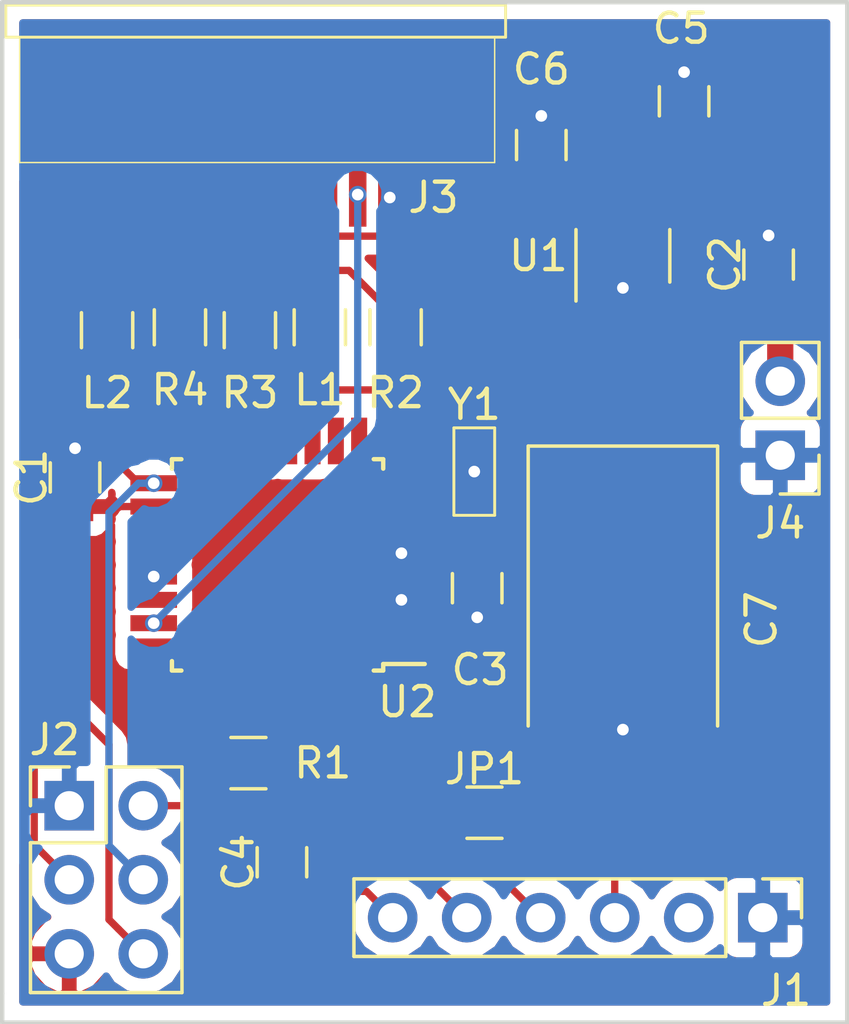
<source format=kicad_pcb>
(kicad_pcb (version 4) (host pcbnew 4.0.6)

  (general
    (links 52)
    (no_connects 0)
    (area 132.924999 70.924999 166.075001 106.075001)
    (thickness 1.6)
    (drawings 5)
    (tracks 139)
    (zones 0)
    (modules 21)
    (nets 41)
  )

  (page A4)
  (layers
    (0 F.Cu signal)
    (31 B.Cu signal)
    (32 B.Adhes user)
    (33 F.Adhes user)
    (34 B.Paste user)
    (35 F.Paste user)
    (36 B.SilkS user)
    (37 F.SilkS user)
    (38 B.Mask user)
    (39 F.Mask user)
    (40 Dwgs.User user)
    (41 Cmts.User user)
    (42 Eco1.User user)
    (43 Eco2.User user)
    (44 Edge.Cuts user)
    (45 Margin user)
    (46 B.CrtYd user)
    (47 F.CrtYd user)
    (48 B.Fab user)
    (49 F.Fab user)
  )

  (setup
    (last_trace_width 0.25)
    (trace_clearance 0.15)
    (zone_clearance 0.508)
    (zone_45_only no)
    (trace_min 0.2)
    (segment_width 0.2)
    (edge_width 0.15)
    (via_size 0.6)
    (via_drill 0.4)
    (via_min_size 0.4)
    (via_min_drill 0.3)
    (uvia_size 0.3)
    (uvia_drill 0.1)
    (uvias_allowed no)
    (uvia_min_size 0.2)
    (uvia_min_drill 0.1)
    (pcb_text_width 0.3)
    (pcb_text_size 1.5 1.5)
    (mod_edge_width 0.15)
    (mod_text_size 1 1)
    (mod_text_width 0.15)
    (pad_size 1.524 1.524)
    (pad_drill 0.762)
    (pad_to_mask_clearance 0.2)
    (aux_axis_origin 0 0)
    (visible_elements 7FFFFFFF)
    (pcbplotparams
      (layerselection 0x00030_80000001)
      (usegerberextensions false)
      (excludeedgelayer true)
      (linewidth 0.100000)
      (plotframeref false)
      (viasonmask false)
      (mode 1)
      (useauxorigin false)
      (hpglpennumber 1)
      (hpglpenspeed 20)
      (hpglpendiameter 15)
      (hpglpenoverlay 2)
      (psnegative false)
      (psa4output false)
      (plotreference true)
      (plotvalue true)
      (plotinvisibletext false)
      (padsonsilk false)
      (subtractmaskfromsilk false)
      (outputformat 1)
      (mirror false)
      (drillshape 1)
      (scaleselection 1)
      (outputdirectory ""))
  )

  (net 0 "")
  (net 1 +3.3V)
  (net 2 GND)
  (net 3 +12V)
  (net 4 "Net-(C4-Pad1)")
  (net 5 RST)
  (net 6 "Net-(C5-Pad1)")
  (net 7 +5V)
  (net 8 "Net-(J1-Pad2)")
  (net 9 +3.3V_USB)
  (net 10 TX)
  (net 11 RX)
  (net 12 MOSI)
  (net 13 SCK)
  (net 14 MISO)
  (net 15 MONITOR)
  (net 16 "Net-(J3-Pad5)")
  (net 17 "Net-(J3-Pad6)")
  (net 18 "Net-(J3-Pad7)")
  (net 19 "Net-(J3-Pad8)")
  (net 20 "Net-(J3-Pad10)")
  (net 21 CS_POT)
  (net 22 CS_ADC)
  (net 23 "Net-(U2-Pad1)")
  (net 24 "Net-(U2-Pad2)")
  (net 25 "Net-(U2-Pad7)")
  (net 26 "Net-(U2-Pad8)")
  (net 27 "Net-(U2-Pad9)")
  (net 28 "Net-(U2-Pad10)")
  (net 29 "Net-(U2-Pad11)")
  (net 30 "Net-(U2-Pad19)")
  (net 31 "Net-(U2-Pad20)")
  (net 32 "Net-(U2-Pad22)")
  (net 33 "Net-(U2-Pad24)")
  (net 34 "Net-(U2-Pad25)")
  (net 35 "Net-(U2-Pad26)")
  (net 36 SDA)
  (net 37 "Net-(U2-Pad32)")
  (net 38 "Net-(J3-Pad9)")
  (net 39 "Net-(U2-Pad13)")
  (net 40 "Net-(U2-Pad28)")

  (net_class Default "This is the default net class."
    (clearance 0.15)
    (trace_width 0.25)
    (via_dia 0.6)
    (via_drill 0.4)
    (uvia_dia 0.3)
    (uvia_drill 0.1)
    (add_net +12V)
    (add_net +3.3V)
    (add_net +3.3V_USB)
    (add_net +5V)
    (add_net CS_ADC)
    (add_net CS_POT)
    (add_net GND)
    (add_net MISO)
    (add_net MONITOR)
    (add_net MOSI)
    (add_net "Net-(C4-Pad1)")
    (add_net "Net-(C5-Pad1)")
    (add_net "Net-(J1-Pad2)")
    (add_net "Net-(J3-Pad10)")
    (add_net "Net-(J3-Pad5)")
    (add_net "Net-(J3-Pad6)")
    (add_net "Net-(J3-Pad7)")
    (add_net "Net-(J3-Pad8)")
    (add_net "Net-(J3-Pad9)")
    (add_net "Net-(U2-Pad1)")
    (add_net "Net-(U2-Pad10)")
    (add_net "Net-(U2-Pad11)")
    (add_net "Net-(U2-Pad13)")
    (add_net "Net-(U2-Pad19)")
    (add_net "Net-(U2-Pad2)")
    (add_net "Net-(U2-Pad20)")
    (add_net "Net-(U2-Pad22)")
    (add_net "Net-(U2-Pad24)")
    (add_net "Net-(U2-Pad25)")
    (add_net "Net-(U2-Pad26)")
    (add_net "Net-(U2-Pad28)")
    (add_net "Net-(U2-Pad32)")
    (add_net "Net-(U2-Pad7)")
    (add_net "Net-(U2-Pad8)")
    (add_net "Net-(U2-Pad9)")
    (add_net RST)
    (add_net RX)
    (add_net SCK)
    (add_net SDA)
    (add_net TX)
  )

  (net_class large ""
    (clearance 0.15)
    (trace_width 0.9)
    (via_dia 0.6)
    (via_drill 0.4)
    (uvia_dia 0.3)
    (uvia_drill 0.1)
  )

  (module Capacitors_SMD:C_0805 (layer F.Cu) (tedit 58AA8463) (tstamp 5A281AFD)
    (at 135.5 87.3 90)
    (descr "Capacitor SMD 0805, reflow soldering, AVX (see smccp.pdf)")
    (tags "capacitor 0805")
    (path /5A28104D)
    (attr smd)
    (fp_text reference C1 (at 0 -1.5 90) (layer F.SilkS)
      (effects (font (size 1 1) (thickness 0.15)))
    )
    (fp_text value 0.1uF (at 0.3 -1.7 90) (layer F.Fab)
      (effects (font (size 1 1) (thickness 0.15)))
    )
    (fp_text user %R (at 0 -1.5 90) (layer F.Fab)
      (effects (font (size 1 1) (thickness 0.15)))
    )
    (fp_line (start -1 0.62) (end -1 -0.62) (layer F.Fab) (width 0.1))
    (fp_line (start 1 0.62) (end -1 0.62) (layer F.Fab) (width 0.1))
    (fp_line (start 1 -0.62) (end 1 0.62) (layer F.Fab) (width 0.1))
    (fp_line (start -1 -0.62) (end 1 -0.62) (layer F.Fab) (width 0.1))
    (fp_line (start 0.5 -0.85) (end -0.5 -0.85) (layer F.SilkS) (width 0.12))
    (fp_line (start -0.5 0.85) (end 0.5 0.85) (layer F.SilkS) (width 0.12))
    (fp_line (start -1.75 -0.88) (end 1.75 -0.88) (layer F.CrtYd) (width 0.05))
    (fp_line (start -1.75 -0.88) (end -1.75 0.87) (layer F.CrtYd) (width 0.05))
    (fp_line (start 1.75 0.87) (end 1.75 -0.88) (layer F.CrtYd) (width 0.05))
    (fp_line (start 1.75 0.87) (end -1.75 0.87) (layer F.CrtYd) (width 0.05))
    (pad 1 smd rect (at -1 0 90) (size 1 1.25) (layers F.Cu F.Paste F.Mask)
      (net 1 +3.3V))
    (pad 2 smd rect (at 1 0 90) (size 1 1.25) (layers F.Cu F.Paste F.Mask)
      (net 2 GND))
    (model Capacitors_SMD.3dshapes/C_0805.wrl
      (at (xyz 0 0 0))
      (scale (xyz 1 1 1))
      (rotate (xyz 0 0 0))
    )
  )

  (module Capacitors_SMD:C_0805 (layer F.Cu) (tedit 58AA8463) (tstamp 5A281B03)
    (at 159.3 80 90)
    (descr "Capacitor SMD 0805, reflow soldering, AVX (see smccp.pdf)")
    (tags "capacitor 0805")
    (path /5A28105F)
    (attr smd)
    (fp_text reference C2 (at 0 -1.5 90) (layer F.SilkS)
      (effects (font (size 1 1) (thickness 0.15)))
    )
    (fp_text value 1uF (at 0 1.75 90) (layer F.Fab)
      (effects (font (size 1 1) (thickness 0.15)))
    )
    (fp_text user %R (at 0 -1.5 90) (layer F.Fab)
      (effects (font (size 1 1) (thickness 0.15)))
    )
    (fp_line (start -1 0.62) (end -1 -0.62) (layer F.Fab) (width 0.1))
    (fp_line (start 1 0.62) (end -1 0.62) (layer F.Fab) (width 0.1))
    (fp_line (start 1 -0.62) (end 1 0.62) (layer F.Fab) (width 0.1))
    (fp_line (start -1 -0.62) (end 1 -0.62) (layer F.Fab) (width 0.1))
    (fp_line (start 0.5 -0.85) (end -0.5 -0.85) (layer F.SilkS) (width 0.12))
    (fp_line (start -0.5 0.85) (end 0.5 0.85) (layer F.SilkS) (width 0.12))
    (fp_line (start -1.75 -0.88) (end 1.75 -0.88) (layer F.CrtYd) (width 0.05))
    (fp_line (start -1.75 -0.88) (end -1.75 0.87) (layer F.CrtYd) (width 0.05))
    (fp_line (start 1.75 0.87) (end 1.75 -0.88) (layer F.CrtYd) (width 0.05))
    (fp_line (start 1.75 0.87) (end -1.75 0.87) (layer F.CrtYd) (width 0.05))
    (pad 1 smd rect (at -1 0 90) (size 1 1.25) (layers F.Cu F.Paste F.Mask)
      (net 3 +12V))
    (pad 2 smd rect (at 1 0 90) (size 1 1.25) (layers F.Cu F.Paste F.Mask)
      (net 2 GND))
    (model Capacitors_SMD.3dshapes/C_0805.wrl
      (at (xyz 0 0 0))
      (scale (xyz 1 1 1))
      (rotate (xyz 0 0 0))
    )
  )

  (module Capacitors_SMD:C_0805 (layer F.Cu) (tedit 58AA8463) (tstamp 5A281B09)
    (at 149.3 91.1 270)
    (descr "Capacitor SMD 0805, reflow soldering, AVX (see smccp.pdf)")
    (tags "capacitor 0805")
    (path /5A28104C)
    (attr smd)
    (fp_text reference C3 (at 2.8 -0.1 360) (layer F.SilkS)
      (effects (font (size 1 1) (thickness 0.15)))
    )
    (fp_text value 0.1uF (at 0 1.75 270) (layer F.Fab)
      (effects (font (size 1 1) (thickness 0.15)))
    )
    (fp_text user %R (at 0 -1.5 270) (layer F.Fab)
      (effects (font (size 1 1) (thickness 0.15)))
    )
    (fp_line (start -1 0.62) (end -1 -0.62) (layer F.Fab) (width 0.1))
    (fp_line (start 1 0.62) (end -1 0.62) (layer F.Fab) (width 0.1))
    (fp_line (start 1 -0.62) (end 1 0.62) (layer F.Fab) (width 0.1))
    (fp_line (start -1 -0.62) (end 1 -0.62) (layer F.Fab) (width 0.1))
    (fp_line (start 0.5 -0.85) (end -0.5 -0.85) (layer F.SilkS) (width 0.12))
    (fp_line (start -0.5 0.85) (end 0.5 0.85) (layer F.SilkS) (width 0.12))
    (fp_line (start -1.75 -0.88) (end 1.75 -0.88) (layer F.CrtYd) (width 0.05))
    (fp_line (start -1.75 -0.88) (end -1.75 0.87) (layer F.CrtYd) (width 0.05))
    (fp_line (start 1.75 0.87) (end 1.75 -0.88) (layer F.CrtYd) (width 0.05))
    (fp_line (start 1.75 0.87) (end -1.75 0.87) (layer F.CrtYd) (width 0.05))
    (pad 1 smd rect (at -1 0 270) (size 1 1.25) (layers F.Cu F.Paste F.Mask)
      (net 1 +3.3V))
    (pad 2 smd rect (at 1 0 270) (size 1 1.25) (layers F.Cu F.Paste F.Mask)
      (net 2 GND))
    (model Capacitors_SMD.3dshapes/C_0805.wrl
      (at (xyz 0 0 0))
      (scale (xyz 1 1 1))
      (rotate (xyz 0 0 0))
    )
  )

  (module Capacitors_SMD:C_0805 (layer F.Cu) (tedit 58AA8463) (tstamp 5A281B0F)
    (at 142.6 100.5 90)
    (descr "Capacitor SMD 0805, reflow soldering, AVX (see smccp.pdf)")
    (tags "capacitor 0805")
    (path /5A281056)
    (attr smd)
    (fp_text reference C4 (at 0 -1.5 90) (layer F.SilkS)
      (effects (font (size 1 1) (thickness 0.15)))
    )
    (fp_text value 0.1uF (at -2.6 0.1 180) (layer F.Fab)
      (effects (font (size 1 1) (thickness 0.15)))
    )
    (fp_text user %R (at 0 -1.5 90) (layer F.Fab)
      (effects (font (size 1 1) (thickness 0.15)))
    )
    (fp_line (start -1 0.62) (end -1 -0.62) (layer F.Fab) (width 0.1))
    (fp_line (start 1 0.62) (end -1 0.62) (layer F.Fab) (width 0.1))
    (fp_line (start 1 -0.62) (end 1 0.62) (layer F.Fab) (width 0.1))
    (fp_line (start -1 -0.62) (end 1 -0.62) (layer F.Fab) (width 0.1))
    (fp_line (start 0.5 -0.85) (end -0.5 -0.85) (layer F.SilkS) (width 0.12))
    (fp_line (start -0.5 0.85) (end 0.5 0.85) (layer F.SilkS) (width 0.12))
    (fp_line (start -1.75 -0.88) (end 1.75 -0.88) (layer F.CrtYd) (width 0.05))
    (fp_line (start -1.75 -0.88) (end -1.75 0.87) (layer F.CrtYd) (width 0.05))
    (fp_line (start 1.75 0.87) (end 1.75 -0.88) (layer F.CrtYd) (width 0.05))
    (fp_line (start 1.75 0.87) (end -1.75 0.87) (layer F.CrtYd) (width 0.05))
    (pad 1 smd rect (at -1 0 90) (size 1 1.25) (layers F.Cu F.Paste F.Mask)
      (net 4 "Net-(C4-Pad1)"))
    (pad 2 smd rect (at 1 0 90) (size 1 1.25) (layers F.Cu F.Paste F.Mask)
      (net 5 RST))
    (model Capacitors_SMD.3dshapes/C_0805.wrl
      (at (xyz 0 0 0))
      (scale (xyz 1 1 1))
      (rotate (xyz 0 0 0))
    )
  )

  (module Capacitors_SMD:C_0805 (layer F.Cu) (tedit 58AA8463) (tstamp 5A281B15)
    (at 156.4 74.4 90)
    (descr "Capacitor SMD 0805, reflow soldering, AVX (see smccp.pdf)")
    (tags "capacitor 0805")
    (path /5A281060)
    (attr smd)
    (fp_text reference C5 (at 2.5 -0.1 180) (layer F.SilkS)
      (effects (font (size 1 1) (thickness 0.15)))
    )
    (fp_text value 100pF (at -0.4 1.9 90) (layer F.Fab)
      (effects (font (size 1 1) (thickness 0.15)))
    )
    (fp_text user %R (at 0 -1.5 90) (layer F.Fab)
      (effects (font (size 1 1) (thickness 0.15)))
    )
    (fp_line (start -1 0.62) (end -1 -0.62) (layer F.Fab) (width 0.1))
    (fp_line (start 1 0.62) (end -1 0.62) (layer F.Fab) (width 0.1))
    (fp_line (start 1 -0.62) (end 1 0.62) (layer F.Fab) (width 0.1))
    (fp_line (start -1 -0.62) (end 1 -0.62) (layer F.Fab) (width 0.1))
    (fp_line (start 0.5 -0.85) (end -0.5 -0.85) (layer F.SilkS) (width 0.12))
    (fp_line (start -0.5 0.85) (end 0.5 0.85) (layer F.SilkS) (width 0.12))
    (fp_line (start -1.75 -0.88) (end 1.75 -0.88) (layer F.CrtYd) (width 0.05))
    (fp_line (start -1.75 -0.88) (end -1.75 0.87) (layer F.CrtYd) (width 0.05))
    (fp_line (start 1.75 0.87) (end 1.75 -0.88) (layer F.CrtYd) (width 0.05))
    (fp_line (start 1.75 0.87) (end -1.75 0.87) (layer F.CrtYd) (width 0.05))
    (pad 1 smd rect (at -1 0 90) (size 1 1.25) (layers F.Cu F.Paste F.Mask)
      (net 6 "Net-(C5-Pad1)"))
    (pad 2 smd rect (at 1 0 90) (size 1 1.25) (layers F.Cu F.Paste F.Mask)
      (net 2 GND))
    (model Capacitors_SMD.3dshapes/C_0805.wrl
      (at (xyz 0 0 0))
      (scale (xyz 1 1 1))
      (rotate (xyz 0 0 0))
    )
  )

  (module Capacitors_SMD:C_0805 (layer F.Cu) (tedit 58AA8463) (tstamp 5A281B1B)
    (at 151.5 75.9 90)
    (descr "Capacitor SMD 0805, reflow soldering, AVX (see smccp.pdf)")
    (tags "capacitor 0805")
    (path /5A281051)
    (attr smd)
    (fp_text reference C6 (at 2.6 0 180) (layer F.SilkS)
      (effects (font (size 1 1) (thickness 0.15)))
    )
    (fp_text value 2.2uF (at 0 1.75 90) (layer F.Fab)
      (effects (font (size 1 1) (thickness 0.15)))
    )
    (fp_text user %R (at 0 -1.5 90) (layer F.Fab)
      (effects (font (size 1 1) (thickness 0.15)))
    )
    (fp_line (start -1 0.62) (end -1 -0.62) (layer F.Fab) (width 0.1))
    (fp_line (start 1 0.62) (end -1 0.62) (layer F.Fab) (width 0.1))
    (fp_line (start 1 -0.62) (end 1 0.62) (layer F.Fab) (width 0.1))
    (fp_line (start -1 -0.62) (end 1 -0.62) (layer F.Fab) (width 0.1))
    (fp_line (start 0.5 -0.85) (end -0.5 -0.85) (layer F.SilkS) (width 0.12))
    (fp_line (start -0.5 0.85) (end 0.5 0.85) (layer F.SilkS) (width 0.12))
    (fp_line (start -1.75 -0.88) (end 1.75 -0.88) (layer F.CrtYd) (width 0.05))
    (fp_line (start -1.75 -0.88) (end -1.75 0.87) (layer F.CrtYd) (width 0.05))
    (fp_line (start 1.75 0.87) (end 1.75 -0.88) (layer F.CrtYd) (width 0.05))
    (fp_line (start 1.75 0.87) (end -1.75 0.87) (layer F.CrtYd) (width 0.05))
    (pad 1 smd rect (at -1 0 90) (size 1 1.25) (layers F.Cu F.Paste F.Mask)
      (net 7 +5V))
    (pad 2 smd rect (at 1 0 90) (size 1 1.25) (layers F.Cu F.Paste F.Mask)
      (net 2 GND))
    (model Capacitors_SMD.3dshapes/C_0805.wrl
      (at (xyz 0 0 0))
      (scale (xyz 1 1 1))
      (rotate (xyz 0 0 0))
    )
  )

  (module Pin_Headers:Pin_Header_Straight_1x06_Pitch2.54mm (layer F.Cu) (tedit 59650532) (tstamp 5A281B25)
    (at 159.1 102.4 270)
    (descr "Through hole straight pin header, 1x06, 2.54mm pitch, single row")
    (tags "Through hole pin header THT 1x06 2.54mm single row")
    (path /5A281055)
    (fp_text reference J1 (at 2.5 -0.8 360) (layer F.SilkS)
      (effects (font (size 1 1) (thickness 0.15)))
    )
    (fp_text value CONN_ARDUINO (at 2.6 6.2 360) (layer F.Fab)
      (effects (font (size 1 1) (thickness 0.15)))
    )
    (fp_line (start -0.635 -1.27) (end 1.27 -1.27) (layer F.Fab) (width 0.1))
    (fp_line (start 1.27 -1.27) (end 1.27 13.97) (layer F.Fab) (width 0.1))
    (fp_line (start 1.27 13.97) (end -1.27 13.97) (layer F.Fab) (width 0.1))
    (fp_line (start -1.27 13.97) (end -1.27 -0.635) (layer F.Fab) (width 0.1))
    (fp_line (start -1.27 -0.635) (end -0.635 -1.27) (layer F.Fab) (width 0.1))
    (fp_line (start -1.33 14.03) (end 1.33 14.03) (layer F.SilkS) (width 0.12))
    (fp_line (start -1.33 1.27) (end -1.33 14.03) (layer F.SilkS) (width 0.12))
    (fp_line (start 1.33 1.27) (end 1.33 14.03) (layer F.SilkS) (width 0.12))
    (fp_line (start -1.33 1.27) (end 1.33 1.27) (layer F.SilkS) (width 0.12))
    (fp_line (start -1.33 0) (end -1.33 -1.33) (layer F.SilkS) (width 0.12))
    (fp_line (start -1.33 -1.33) (end 0 -1.33) (layer F.SilkS) (width 0.12))
    (fp_line (start -1.8 -1.8) (end -1.8 14.5) (layer F.CrtYd) (width 0.05))
    (fp_line (start -1.8 14.5) (end 1.8 14.5) (layer F.CrtYd) (width 0.05))
    (fp_line (start 1.8 14.5) (end 1.8 -1.8) (layer F.CrtYd) (width 0.05))
    (fp_line (start 1.8 -1.8) (end -1.8 -1.8) (layer F.CrtYd) (width 0.05))
    (fp_text user %R (at 0 6.35 360) (layer F.Fab)
      (effects (font (size 1 1) (thickness 0.15)))
    )
    (pad 1 thru_hole rect (at 0 0 270) (size 1.7 1.7) (drill 1) (layers *.Cu *.Mask)
      (net 2 GND))
    (pad 2 thru_hole oval (at 0 2.54 270) (size 1.7 1.7) (drill 1) (layers *.Cu *.Mask)
      (net 8 "Net-(J1-Pad2)"))
    (pad 3 thru_hole oval (at 0 5.08 270) (size 1.7 1.7) (drill 1) (layers *.Cu *.Mask)
      (net 9 +3.3V_USB))
    (pad 4 thru_hole oval (at 0 7.62 270) (size 1.7 1.7) (drill 1) (layers *.Cu *.Mask)
      (net 10 TX))
    (pad 5 thru_hole oval (at 0 10.16 270) (size 1.7 1.7) (drill 1) (layers *.Cu *.Mask)
      (net 11 RX))
    (pad 6 thru_hole oval (at 0 12.7 270) (size 1.7 1.7) (drill 1) (layers *.Cu *.Mask)
      (net 4 "Net-(C4-Pad1)"))
    (model ${KISYS3DMOD}/Pin_Headers.3dshapes/Pin_Header_Straight_1x06_Pitch2.54mm.wrl
      (at (xyz 0 0 0))
      (scale (xyz 1 1 1))
      (rotate (xyz 0 0 0))
    )
  )

  (module Pin_Headers:Pin_Header_Straight_2x03_Pitch2.54mm (layer F.Cu) (tedit 59650532) (tstamp 5A281B2F)
    (at 135.3 98.56)
    (descr "Through hole straight pin header, 2x03, 2.54mm pitch, double rows")
    (tags "Through hole pin header THT 2x03 2.54mm double row")
    (path /5A281054)
    (fp_text reference J2 (at -0.5 -2.26) (layer F.SilkS)
      (effects (font (size 1 1) (thickness 0.15)))
    )
    (fp_text value CONN_ISP (at 4.6 3.34 90) (layer F.Fab)
      (effects (font (size 1 1) (thickness 0.15)))
    )
    (fp_line (start 0 -1.27) (end 3.81 -1.27) (layer F.Fab) (width 0.1))
    (fp_line (start 3.81 -1.27) (end 3.81 6.35) (layer F.Fab) (width 0.1))
    (fp_line (start 3.81 6.35) (end -1.27 6.35) (layer F.Fab) (width 0.1))
    (fp_line (start -1.27 6.35) (end -1.27 0) (layer F.Fab) (width 0.1))
    (fp_line (start -1.27 0) (end 0 -1.27) (layer F.Fab) (width 0.1))
    (fp_line (start -1.33 6.41) (end 3.87 6.41) (layer F.SilkS) (width 0.12))
    (fp_line (start -1.33 1.27) (end -1.33 6.41) (layer F.SilkS) (width 0.12))
    (fp_line (start 3.87 -1.33) (end 3.87 6.41) (layer F.SilkS) (width 0.12))
    (fp_line (start -1.33 1.27) (end 1.27 1.27) (layer F.SilkS) (width 0.12))
    (fp_line (start 1.27 1.27) (end 1.27 -1.33) (layer F.SilkS) (width 0.12))
    (fp_line (start 1.27 -1.33) (end 3.87 -1.33) (layer F.SilkS) (width 0.12))
    (fp_line (start -1.33 0) (end -1.33 -1.33) (layer F.SilkS) (width 0.12))
    (fp_line (start -1.33 -1.33) (end 0 -1.33) (layer F.SilkS) (width 0.12))
    (fp_line (start -1.8 -1.8) (end -1.8 6.85) (layer F.CrtYd) (width 0.05))
    (fp_line (start -1.8 6.85) (end 4.35 6.85) (layer F.CrtYd) (width 0.05))
    (fp_line (start 4.35 6.85) (end 4.35 -1.8) (layer F.CrtYd) (width 0.05))
    (fp_line (start 4.35 -1.8) (end -1.8 -1.8) (layer F.CrtYd) (width 0.05))
    (fp_text user %R (at 1.27 2.54 180) (layer F.Fab)
      (effects (font (size 1 1) (thickness 0.15)))
    )
    (pad 1 thru_hole rect (at 0 0) (size 1.7 1.7) (drill 1) (layers *.Cu *.Mask)
      (net 2 GND))
    (pad 2 thru_hole oval (at 2.54 0) (size 1.7 1.7) (drill 1) (layers *.Cu *.Mask)
      (net 5 RST))
    (pad 3 thru_hole oval (at 0 2.54) (size 1.7 1.7) (drill 1) (layers *.Cu *.Mask)
      (net 12 MOSI))
    (pad 4 thru_hole oval (at 2.54 2.54) (size 1.7 1.7) (drill 1) (layers *.Cu *.Mask)
      (net 13 SCK))
    (pad 5 thru_hole oval (at 0 5.08) (size 1.7 1.7) (drill 1) (layers *.Cu *.Mask)
      (net 1 +3.3V))
    (pad 6 thru_hole oval (at 2.54 5.08) (size 1.7 1.7) (drill 1) (layers *.Cu *.Mask)
      (net 14 MISO))
    (model ${KISYS3DMOD}/Pin_Headers.3dshapes/Pin_Header_Straight_2x03_Pitch2.54mm.wrl
      (at (xyz 0 0 0))
      (scale (xyz 1 1 1))
      (rotate (xyz 0 0 0))
    )
  )

  (module Resistors_SMD:R_0805 (layer F.Cu) (tedit 58E0A804) (tstamp 5A281B45)
    (at 149.55 98.8 180)
    (descr "Resistor SMD 0805, reflow soldering, Vishay (see dcrcw.pdf)")
    (tags "resistor 0805")
    (path /5A281057)
    (attr smd)
    (fp_text reference JP1 (at 0 1.5 180) (layer F.SilkS)
      (effects (font (size 1 1) (thickness 0.15)))
    )
    (fp_text value 3.3V-3.3V_USB (at -1.25 -1.6 180) (layer F.Fab)
      (effects (font (size 1 1) (thickness 0.15)))
    )
    (fp_text user %R (at 0 0 180) (layer F.Fab)
      (effects (font (size 0.5 0.5) (thickness 0.075)))
    )
    (fp_line (start -1 0.62) (end -1 -0.62) (layer F.Fab) (width 0.1))
    (fp_line (start 1 0.62) (end -1 0.62) (layer F.Fab) (width 0.1))
    (fp_line (start 1 -0.62) (end 1 0.62) (layer F.Fab) (width 0.1))
    (fp_line (start -1 -0.62) (end 1 -0.62) (layer F.Fab) (width 0.1))
    (fp_line (start 0.6 0.88) (end -0.6 0.88) (layer F.SilkS) (width 0.12))
    (fp_line (start -0.6 -0.88) (end 0.6 -0.88) (layer F.SilkS) (width 0.12))
    (fp_line (start -1.55 -0.9) (end 1.55 -0.9) (layer F.CrtYd) (width 0.05))
    (fp_line (start -1.55 -0.9) (end -1.55 0.9) (layer F.CrtYd) (width 0.05))
    (fp_line (start 1.55 0.9) (end 1.55 -0.9) (layer F.CrtYd) (width 0.05))
    (fp_line (start 1.55 0.9) (end -1.55 0.9) (layer F.CrtYd) (width 0.05))
    (pad 1 smd rect (at -0.95 0 180) (size 0.7 1.3) (layers F.Cu F.Paste F.Mask)
      (net 9 +3.3V_USB))
    (pad 2 smd rect (at 0.95 0 180) (size 0.7 1.3) (layers F.Cu F.Paste F.Mask)
      (net 1 +3.3V))
    (model ${KISYS3DMOD}/Resistors_SMD.3dshapes/R_0805.wrl
      (at (xyz 0 0 0))
      (scale (xyz 1 1 1))
      (rotate (xyz 0 0 0))
    )
  )

  (module Inductors_SMD:L_0805 (layer F.Cu) (tedit 5A286A87) (tstamp 5A281B4B)
    (at 141.5 82.25 270)
    (descr "Resistor SMD 0805, reflow soldering, Vishay (see dcrcw.pdf)")
    (tags "resistor 0805")
    (path /5A281050)
    (attr smd)
    (fp_text reference L1 (at 2.05 -2.4 360) (layer F.SilkS)
      (effects (font (size 1 1) (thickness 0.15)))
    )
    (fp_text value FB (at 0 2.1 270) (layer F.Fab)
      (effects (font (size 1 1) (thickness 0.15)))
    )
    (fp_text user %R (at 0 0 360) (layer F.Fab)
      (effects (font (size 0.5 0.5) (thickness 0.075)))
    )
    (fp_line (start -1 0.62) (end -1 -0.62) (layer F.Fab) (width 0.1))
    (fp_line (start 1 0.62) (end -1 0.62) (layer F.Fab) (width 0.1))
    (fp_line (start 1 -0.62) (end 1 0.62) (layer F.Fab) (width 0.1))
    (fp_line (start -1 -0.62) (end 1 -0.62) (layer F.Fab) (width 0.1))
    (fp_line (start -1.6 -1) (end 1.6 -1) (layer F.CrtYd) (width 0.05))
    (fp_line (start -1.6 1) (end 1.6 1) (layer F.CrtYd) (width 0.05))
    (fp_line (start -1.6 -1) (end -1.6 1) (layer F.CrtYd) (width 0.05))
    (fp_line (start 1.6 -1) (end 1.6 1) (layer F.CrtYd) (width 0.05))
    (fp_line (start 0.6 0.88) (end -0.6 0.88) (layer F.SilkS) (width 0.12))
    (fp_line (start -0.6 -0.88) (end 0.6 -0.88) (layer F.SilkS) (width 0.12))
    (pad 1 smd rect (at -0.95 0 270) (size 0.7 1.3) (layers F.Cu F.Paste F.Mask)
      (net 18 "Net-(J3-Pad7)"))
    (pad 2 smd rect (at 0.95 0 270) (size 0.7 1.3) (layers F.Cu F.Paste F.Mask)
      (net 12 MOSI))
    (model ${KISYS3DMOD}/Inductors_SMD.3dshapes/L_0805.wrl
      (at (xyz 0 0 0))
      (scale (xyz 1 1 1))
      (rotate (xyz 0 0 0))
    )
  )

  (module Inductors_SMD:L_0805 (layer F.Cu) (tedit 5A286A8D) (tstamp 5A281B51)
    (at 136.6 82.25 90)
    (descr "Resistor SMD 0805, reflow soldering, Vishay (see dcrcw.pdf)")
    (tags "resistor 0805")
    (path /5A28104F)
    (attr smd)
    (fp_text reference L2 (at -2.15 0 180) (layer F.SilkS)
      (effects (font (size 1 1) (thickness 0.15)))
    )
    (fp_text value FB (at 0 2.1 90) (layer F.Fab)
      (effects (font (size 1 1) (thickness 0.15)))
    )
    (fp_text user %R (at 0 0 90) (layer F.Fab)
      (effects (font (size 0.5 0.5) (thickness 0.075)))
    )
    (fp_line (start -1 0.62) (end -1 -0.62) (layer F.Fab) (width 0.1))
    (fp_line (start 1 0.62) (end -1 0.62) (layer F.Fab) (width 0.1))
    (fp_line (start 1 -0.62) (end 1 0.62) (layer F.Fab) (width 0.1))
    (fp_line (start -1 -0.62) (end 1 -0.62) (layer F.Fab) (width 0.1))
    (fp_line (start -1.6 -1) (end 1.6 -1) (layer F.CrtYd) (width 0.05))
    (fp_line (start -1.6 1) (end 1.6 1) (layer F.CrtYd) (width 0.05))
    (fp_line (start -1.6 -1) (end -1.6 1) (layer F.CrtYd) (width 0.05))
    (fp_line (start 1.6 -1) (end 1.6 1) (layer F.CrtYd) (width 0.05))
    (fp_line (start 0.6 0.88) (end -0.6 0.88) (layer F.SilkS) (width 0.12))
    (fp_line (start -0.6 -0.88) (end 0.6 -0.88) (layer F.SilkS) (width 0.12))
    (pad 1 smd rect (at -0.95 0 90) (size 0.7 1.3) (layers F.Cu F.Paste F.Mask)
      (net 13 SCK))
    (pad 2 smd rect (at 0.95 0 90) (size 0.7 1.3) (layers F.Cu F.Paste F.Mask)
      (net 20 "Net-(J3-Pad10)"))
    (model ${KISYS3DMOD}/Inductors_SMD.3dshapes/L_0805.wrl
      (at (xyz 0 0 0))
      (scale (xyz 1 1 1))
      (rotate (xyz 0 0 0))
    )
  )

  (module Resistors_SMD:R_0805 (layer F.Cu) (tedit 58E0A804) (tstamp 5A281B57)
    (at 141.45 97.1 180)
    (descr "Resistor SMD 0805, reflow soldering, Vishay (see dcrcw.pdf)")
    (tags "resistor 0805")
    (path /5A281048)
    (attr smd)
    (fp_text reference R1 (at -2.55 0 180) (layer F.SilkS)
      (effects (font (size 1 1) (thickness 0.15)))
    )
    (fp_text value 10k (at 0 1.75 180) (layer F.Fab)
      (effects (font (size 1 1) (thickness 0.15)))
    )
    (fp_text user %R (at 0 0 180) (layer F.Fab)
      (effects (font (size 0.5 0.5) (thickness 0.075)))
    )
    (fp_line (start -1 0.62) (end -1 -0.62) (layer F.Fab) (width 0.1))
    (fp_line (start 1 0.62) (end -1 0.62) (layer F.Fab) (width 0.1))
    (fp_line (start 1 -0.62) (end 1 0.62) (layer F.Fab) (width 0.1))
    (fp_line (start -1 -0.62) (end 1 -0.62) (layer F.Fab) (width 0.1))
    (fp_line (start 0.6 0.88) (end -0.6 0.88) (layer F.SilkS) (width 0.12))
    (fp_line (start -0.6 -0.88) (end 0.6 -0.88) (layer F.SilkS) (width 0.12))
    (fp_line (start -1.55 -0.9) (end 1.55 -0.9) (layer F.CrtYd) (width 0.05))
    (fp_line (start -1.55 -0.9) (end -1.55 0.9) (layer F.CrtYd) (width 0.05))
    (fp_line (start 1.55 0.9) (end 1.55 -0.9) (layer F.CrtYd) (width 0.05))
    (fp_line (start 1.55 0.9) (end -1.55 0.9) (layer F.CrtYd) (width 0.05))
    (pad 1 smd rect (at -0.95 0 180) (size 0.7 1.3) (layers F.Cu F.Paste F.Mask)
      (net 5 RST))
    (pad 2 smd rect (at 0.95 0 180) (size 0.7 1.3) (layers F.Cu F.Paste F.Mask)
      (net 1 +3.3V))
    (model ${KISYS3DMOD}/Resistors_SMD.3dshapes/R_0805.wrl
      (at (xyz 0 0 0))
      (scale (xyz 1 1 1))
      (rotate (xyz 0 0 0))
    )
  )

  (module Resistors_SMD:R_0805 (layer F.Cu) (tedit 58E0A804) (tstamp 5A281B5D)
    (at 146.5 82.15 270)
    (descr "Resistor SMD 0805, reflow soldering, Vishay (see dcrcw.pdf)")
    (tags "resistor 0805")
    (path /5A28104E)
    (attr smd)
    (fp_text reference R2 (at 2.25 0 360) (layer F.SilkS)
      (effects (font (size 1 1) (thickness 0.15)))
    )
    (fp_text value 50 (at 0 1.75 270) (layer F.Fab)
      (effects (font (size 1 1) (thickness 0.15)))
    )
    (fp_text user %R (at 0 0 360) (layer F.Fab)
      (effects (font (size 0.5 0.5) (thickness 0.075)))
    )
    (fp_line (start -1 0.62) (end -1 -0.62) (layer F.Fab) (width 0.1))
    (fp_line (start 1 0.62) (end -1 0.62) (layer F.Fab) (width 0.1))
    (fp_line (start 1 -0.62) (end 1 0.62) (layer F.Fab) (width 0.1))
    (fp_line (start -1 -0.62) (end 1 -0.62) (layer F.Fab) (width 0.1))
    (fp_line (start 0.6 0.88) (end -0.6 0.88) (layer F.SilkS) (width 0.12))
    (fp_line (start -0.6 -0.88) (end 0.6 -0.88) (layer F.SilkS) (width 0.12))
    (fp_line (start -1.55 -0.9) (end 1.55 -0.9) (layer F.CrtYd) (width 0.05))
    (fp_line (start -1.55 -0.9) (end -1.55 0.9) (layer F.CrtYd) (width 0.05))
    (fp_line (start 1.55 0.9) (end 1.55 -0.9) (layer F.CrtYd) (width 0.05))
    (fp_line (start 1.55 0.9) (end -1.55 0.9) (layer F.CrtYd) (width 0.05))
    (pad 1 smd rect (at -0.95 0 270) (size 0.7 1.3) (layers F.Cu F.Paste F.Mask)
      (net 16 "Net-(J3-Pad5)"))
    (pad 2 smd rect (at 0.95 0 270) (size 0.7 1.3) (layers F.Cu F.Paste F.Mask)
      (net 21 CS_POT))
    (model ${KISYS3DMOD}/Resistors_SMD.3dshapes/R_0805.wrl
      (at (xyz 0 0 0))
      (scale (xyz 1 1 1))
      (rotate (xyz 0 0 0))
    )
  )

  (module Resistors_SMD:R_0805 (layer F.Cu) (tedit 58E0A804) (tstamp 5A281B63)
    (at 143.9 82.15 90)
    (descr "Resistor SMD 0805, reflow soldering, Vishay (see dcrcw.pdf)")
    (tags "resistor 0805")
    (path /5A281049)
    (attr smd)
    (fp_text reference R3 (at -2.25 -2.4 180) (layer F.SilkS)
      (effects (font (size 1 1) (thickness 0.15)))
    )
    (fp_text value 50 (at 0 1.75 90) (layer F.Fab)
      (effects (font (size 1 1) (thickness 0.15)))
    )
    (fp_text user %R (at 0 0 90) (layer F.Fab)
      (effects (font (size 0.5 0.5) (thickness 0.075)))
    )
    (fp_line (start -1 0.62) (end -1 -0.62) (layer F.Fab) (width 0.1))
    (fp_line (start 1 0.62) (end -1 0.62) (layer F.Fab) (width 0.1))
    (fp_line (start 1 -0.62) (end 1 0.62) (layer F.Fab) (width 0.1))
    (fp_line (start -1 -0.62) (end 1 -0.62) (layer F.Fab) (width 0.1))
    (fp_line (start 0.6 0.88) (end -0.6 0.88) (layer F.SilkS) (width 0.12))
    (fp_line (start -0.6 -0.88) (end 0.6 -0.88) (layer F.SilkS) (width 0.12))
    (fp_line (start -1.55 -0.9) (end 1.55 -0.9) (layer F.CrtYd) (width 0.05))
    (fp_line (start -1.55 -0.9) (end -1.55 0.9) (layer F.CrtYd) (width 0.05))
    (fp_line (start 1.55 0.9) (end 1.55 -0.9) (layer F.CrtYd) (width 0.05))
    (fp_line (start 1.55 0.9) (end -1.55 0.9) (layer F.CrtYd) (width 0.05))
    (pad 1 smd rect (at -0.95 0 90) (size 0.7 1.3) (layers F.Cu F.Paste F.Mask)
      (net 22 CS_ADC))
    (pad 2 smd rect (at 0.95 0 90) (size 0.7 1.3) (layers F.Cu F.Paste F.Mask)
      (net 17 "Net-(J3-Pad6)"))
    (model ${KISYS3DMOD}/Resistors_SMD.3dshapes/R_0805.wrl
      (at (xyz 0 0 0))
      (scale (xyz 1 1 1))
      (rotate (xyz 0 0 0))
    )
  )

  (module Resistors_SMD:R_0805 (layer F.Cu) (tedit 58E0A804) (tstamp 5A281B69)
    (at 139.1 82.15 90)
    (descr "Resistor SMD 0805, reflow soldering, Vishay (see dcrcw.pdf)")
    (tags "resistor 0805")
    (path /5A28104A)
    (attr smd)
    (fp_text reference R4 (at -2.15 0 180) (layer F.SilkS)
      (effects (font (size 1 1) (thickness 0.15)))
    )
    (fp_text value 50 (at 0 1.75 90) (layer F.Fab)
      (effects (font (size 1 1) (thickness 0.15)))
    )
    (fp_text user %R (at 0 0 90) (layer F.Fab)
      (effects (font (size 0.5 0.5) (thickness 0.075)))
    )
    (fp_line (start -1 0.62) (end -1 -0.62) (layer F.Fab) (width 0.1))
    (fp_line (start 1 0.62) (end -1 0.62) (layer F.Fab) (width 0.1))
    (fp_line (start 1 -0.62) (end 1 0.62) (layer F.Fab) (width 0.1))
    (fp_line (start -1 -0.62) (end 1 -0.62) (layer F.Fab) (width 0.1))
    (fp_line (start 0.6 0.88) (end -0.6 0.88) (layer F.SilkS) (width 0.12))
    (fp_line (start -0.6 -0.88) (end 0.6 -0.88) (layer F.SilkS) (width 0.12))
    (fp_line (start -1.55 -0.9) (end 1.55 -0.9) (layer F.CrtYd) (width 0.05))
    (fp_line (start -1.55 -0.9) (end -1.55 0.9) (layer F.CrtYd) (width 0.05))
    (fp_line (start 1.55 0.9) (end 1.55 -0.9) (layer F.CrtYd) (width 0.05))
    (fp_line (start 1.55 0.9) (end -1.55 0.9) (layer F.CrtYd) (width 0.05))
    (pad 1 smd rect (at -0.95 0 90) (size 0.7 1.3) (layers F.Cu F.Paste F.Mask)
      (net 14 MISO))
    (pad 2 smd rect (at 0.95 0 90) (size 0.7 1.3) (layers F.Cu F.Paste F.Mask)
      (net 19 "Net-(J3-Pad8)"))
    (model ${KISYS3DMOD}/Resistors_SMD.3dshapes/R_0805.wrl
      (at (xyz 0 0 0))
      (scale (xyz 1 1 1))
      (rotate (xyz 0 0 0))
    )
  )

  (module TO_SOT_Packages_SMD:SOT-23-5 (layer F.Cu) (tedit 5A286913) (tstamp 5A281B72)
    (at 154.3 79.7 90)
    (descr "5-pin SOT23 package")
    (tags SOT-23-5)
    (path /5A28105E)
    (attr smd)
    (fp_text reference U1 (at 0 -2.9 180) (layer F.SilkS)
      (effects (font (size 1 1) (thickness 0.15)))
    )
    (fp_text value "5V Regulator" (at -1.4 2.5 270) (layer F.Fab)
      (effects (font (size 1 1) (thickness 0.15)))
    )
    (fp_text user %R (at 0 0 180) (layer F.Fab)
      (effects (font (size 0.5 0.5) (thickness 0.075)))
    )
    (fp_line (start -0.9 1.61) (end 0.9 1.61) (layer F.SilkS) (width 0.12))
    (fp_line (start 0.9 -1.61) (end -1.55 -1.61) (layer F.SilkS) (width 0.12))
    (fp_line (start -1.9 -1.8) (end 1.9 -1.8) (layer F.CrtYd) (width 0.05))
    (fp_line (start 1.9 -1.8) (end 1.9 1.8) (layer F.CrtYd) (width 0.05))
    (fp_line (start 1.9 1.8) (end -1.9 1.8) (layer F.CrtYd) (width 0.05))
    (fp_line (start -1.9 1.8) (end -1.9 -1.8) (layer F.CrtYd) (width 0.05))
    (fp_line (start -0.9 -0.9) (end -0.25 -1.55) (layer F.Fab) (width 0.1))
    (fp_line (start 0.9 -1.55) (end -0.25 -1.55) (layer F.Fab) (width 0.1))
    (fp_line (start -0.9 -0.9) (end -0.9 1.55) (layer F.Fab) (width 0.1))
    (fp_line (start 0.9 1.55) (end -0.9 1.55) (layer F.Fab) (width 0.1))
    (fp_line (start 0.9 -1.55) (end 0.9 1.55) (layer F.Fab) (width 0.1))
    (pad 1 smd rect (at -1.1 -0.95 90) (size 1.06 0.65) (layers F.Cu F.Paste F.Mask)
      (net 3 +12V))
    (pad 2 smd rect (at -1.1 0 90) (size 1.06 0.65) (layers F.Cu F.Paste F.Mask)
      (net 2 GND))
    (pad 3 smd rect (at -1.1 0.95 90) (size 1.06 0.65) (layers F.Cu F.Paste F.Mask)
      (net 3 +12V))
    (pad 4 smd rect (at 1.1 0.95 90) (size 1.06 0.65) (layers F.Cu F.Paste F.Mask)
      (net 6 "Net-(C5-Pad1)"))
    (pad 5 smd rect (at 1.1 -0.95 90) (size 1.06 0.65) (layers F.Cu F.Paste F.Mask)
      (net 7 +5V))
    (model ${KISYS3DMOD}/TO_SOT_Packages_SMD.3dshapes/SOT-23-5.wrl
      (at (xyz 0 0 0))
      (scale (xyz 1 1 1))
      (rotate (xyz 0 0 0))
    )
  )

  (module Housings_QFP:TQFP-32_7x7mm_Pitch0.8mm (layer F.Cu) (tedit 58CC9A48) (tstamp 5A281B96)
    (at 142.45 90.3 180)
    (descr "32-Lead Plastic Thin Quad Flatpack (PT) - 7x7x1.0 mm Body, 2.00 mm [TQFP] (see Microchip Packaging Specification 00000049BS.pdf)")
    (tags "QFP 0.8")
    (path /5A28104B)
    (attr smd)
    (fp_text reference U2 (at -4.45 -4.7 180) (layer F.SilkS)
      (effects (font (size 1 1) (thickness 0.15)))
    )
    (fp_text value ATMEGA328P-AU (at 5.75 -0.8 450) (layer F.Fab)
      (effects (font (size 1 1) (thickness 0.15)))
    )
    (fp_text user %R (at 0 0 180) (layer F.Fab)
      (effects (font (size 1 1) (thickness 0.15)))
    )
    (fp_line (start -2.5 -3.5) (end 3.5 -3.5) (layer F.Fab) (width 0.15))
    (fp_line (start 3.5 -3.5) (end 3.5 3.5) (layer F.Fab) (width 0.15))
    (fp_line (start 3.5 3.5) (end -3.5 3.5) (layer F.Fab) (width 0.15))
    (fp_line (start -3.5 3.5) (end -3.5 -2.5) (layer F.Fab) (width 0.15))
    (fp_line (start -3.5 -2.5) (end -2.5 -3.5) (layer F.Fab) (width 0.15))
    (fp_line (start -5.3 -5.3) (end -5.3 5.3) (layer F.CrtYd) (width 0.05))
    (fp_line (start 5.3 -5.3) (end 5.3 5.3) (layer F.CrtYd) (width 0.05))
    (fp_line (start -5.3 -5.3) (end 5.3 -5.3) (layer F.CrtYd) (width 0.05))
    (fp_line (start -5.3 5.3) (end 5.3 5.3) (layer F.CrtYd) (width 0.05))
    (fp_line (start -3.625 -3.625) (end -3.625 -3.4) (layer F.SilkS) (width 0.15))
    (fp_line (start 3.625 -3.625) (end 3.625 -3.3) (layer F.SilkS) (width 0.15))
    (fp_line (start 3.625 3.625) (end 3.625 3.3) (layer F.SilkS) (width 0.15))
    (fp_line (start -3.625 3.625) (end -3.625 3.3) (layer F.SilkS) (width 0.15))
    (fp_line (start -3.625 -3.625) (end -3.3 -3.625) (layer F.SilkS) (width 0.15))
    (fp_line (start -3.625 3.625) (end -3.3 3.625) (layer F.SilkS) (width 0.15))
    (fp_line (start 3.625 3.625) (end 3.3 3.625) (layer F.SilkS) (width 0.15))
    (fp_line (start 3.625 -3.625) (end 3.3 -3.625) (layer F.SilkS) (width 0.15))
    (fp_line (start -3.625 -3.4) (end -5.05 -3.4) (layer F.SilkS) (width 0.15))
    (pad 1 smd rect (at -4.25 -2.8 180) (size 1.6 0.55) (layers F.Cu F.Paste F.Mask)
      (net 23 "Net-(U2-Pad1)"))
    (pad 2 smd rect (at -4.25 -2 180) (size 1.6 0.55) (layers F.Cu F.Paste F.Mask)
      (net 24 "Net-(U2-Pad2)"))
    (pad 3 smd rect (at -4.25 -1.2 180) (size 1.6 0.55) (layers F.Cu F.Paste F.Mask)
      (net 2 GND))
    (pad 4 smd rect (at -4.25 -0.4 180) (size 1.6 0.55) (layers F.Cu F.Paste F.Mask)
      (net 1 +3.3V))
    (pad 5 smd rect (at -4.25 0.4 180) (size 1.6 0.55) (layers F.Cu F.Paste F.Mask)
      (net 2 GND))
    (pad 6 smd rect (at -4.25 1.2 180) (size 1.6 0.55) (layers F.Cu F.Paste F.Mask)
      (net 1 +3.3V))
    (pad 7 smd rect (at -4.25 2 180) (size 1.6 0.55) (layers F.Cu F.Paste F.Mask)
      (net 25 "Net-(U2-Pad7)"))
    (pad 8 smd rect (at -4.25 2.8 180) (size 1.6 0.55) (layers F.Cu F.Paste F.Mask)
      (net 26 "Net-(U2-Pad8)"))
    (pad 9 smd rect (at -2.8 4.25 270) (size 1.6 0.55) (layers F.Cu F.Paste F.Mask)
      (net 27 "Net-(U2-Pad9)"))
    (pad 10 smd rect (at -2 4.25 270) (size 1.6 0.55) (layers F.Cu F.Paste F.Mask)
      (net 28 "Net-(U2-Pad10)"))
    (pad 11 smd rect (at -1.2 4.25 270) (size 1.6 0.55) (layers F.Cu F.Paste F.Mask)
      (net 29 "Net-(U2-Pad11)"))
    (pad 12 smd rect (at -0.4 4.25 270) (size 1.6 0.55) (layers F.Cu F.Paste F.Mask)
      (net 21 CS_POT))
    (pad 13 smd rect (at 0.4 4.25 270) (size 1.6 0.55) (layers F.Cu F.Paste F.Mask)
      (net 39 "Net-(U2-Pad13)"))
    (pad 14 smd rect (at 1.2 4.25 270) (size 1.6 0.55) (layers F.Cu F.Paste F.Mask)
      (net 22 CS_ADC))
    (pad 15 smd rect (at 2 4.25 270) (size 1.6 0.55) (layers F.Cu F.Paste F.Mask)
      (net 12 MOSI))
    (pad 16 smd rect (at 2.8 4.25 270) (size 1.6 0.55) (layers F.Cu F.Paste F.Mask)
      (net 14 MISO))
    (pad 17 smd rect (at 4.25 2.8 180) (size 1.6 0.55) (layers F.Cu F.Paste F.Mask)
      (net 13 SCK))
    (pad 18 smd rect (at 4.25 2 180) (size 1.6 0.55) (layers F.Cu F.Paste F.Mask)
      (net 1 +3.3V))
    (pad 19 smd rect (at 4.25 1.2 180) (size 1.6 0.55) (layers F.Cu F.Paste F.Mask)
      (net 30 "Net-(U2-Pad19)"))
    (pad 20 smd rect (at 4.25 0.4 180) (size 1.6 0.55) (layers F.Cu F.Paste F.Mask)
      (net 31 "Net-(U2-Pad20)"))
    (pad 21 smd rect (at 4.25 -0.4 180) (size 1.6 0.55) (layers F.Cu F.Paste F.Mask)
      (net 2 GND))
    (pad 22 smd rect (at 4.25 -1.2 180) (size 1.6 0.55) (layers F.Cu F.Paste F.Mask)
      (net 32 "Net-(U2-Pad22)"))
    (pad 23 smd rect (at 4.25 -2 180) (size 1.6 0.55) (layers F.Cu F.Paste F.Mask)
      (net 15 MONITOR))
    (pad 24 smd rect (at 4.25 -2.8 180) (size 1.6 0.55) (layers F.Cu F.Paste F.Mask)
      (net 33 "Net-(U2-Pad24)"))
    (pad 25 smd rect (at 2.8 -4.25 270) (size 1.6 0.55) (layers F.Cu F.Paste F.Mask)
      (net 34 "Net-(U2-Pad25)"))
    (pad 26 smd rect (at 2 -4.25 270) (size 1.6 0.55) (layers F.Cu F.Paste F.Mask)
      (net 35 "Net-(U2-Pad26)"))
    (pad 27 smd rect (at 1.2 -4.25 270) (size 1.6 0.55) (layers F.Cu F.Paste F.Mask)
      (net 36 SDA))
    (pad 28 smd rect (at 0.4 -4.25 270) (size 1.6 0.55) (layers F.Cu F.Paste F.Mask)
      (net 40 "Net-(U2-Pad28)"))
    (pad 29 smd rect (at -0.4 -4.25 270) (size 1.6 0.55) (layers F.Cu F.Paste F.Mask)
      (net 5 RST))
    (pad 30 smd rect (at -1.2 -4.25 270) (size 1.6 0.55) (layers F.Cu F.Paste F.Mask)
      (net 11 RX))
    (pad 31 smd rect (at -2 -4.25 270) (size 1.6 0.55) (layers F.Cu F.Paste F.Mask)
      (net 10 TX))
    (pad 32 smd rect (at -2.8 -4.25 270) (size 1.6 0.55) (layers F.Cu F.Paste F.Mask)
      (net 37 "Net-(U2-Pad32)"))
    (model ${KISYS3DMOD}/Housings_QFP.3dshapes/TQFP-32_7x7mm_Pitch0.8mm.wrl
      (at (xyz 0 0 0))
      (scale (xyz 1 1 1))
      (rotate (xyz 0 0 0))
    )
  )

  (module WheelerLab:CSTCE_G15C (layer F.Cu) (tedit 5A286A93) (tstamp 5A281B9D)
    (at 149.2 87.1 90)
    (path /5A281058)
    (fp_text reference Y1 (at 2.3 0 180) (layer F.SilkS)
      (effects (font (size 1 1) (thickness 0.15)))
    )
    (fp_text value Resonator (at 0 -1.7 90) (layer F.Fab)
      (effects (font (size 1 1) (thickness 0.15)))
    )
    (fp_line (start 1.5 -0.7) (end -1.5 -0.7) (layer F.SilkS) (width 0.1))
    (fp_line (start -1.5 -0.7) (end -1.5 0.7) (layer F.SilkS) (width 0.1))
    (fp_line (start -1.5 0.7) (end 1.5 0.7) (layer F.SilkS) (width 0.1))
    (fp_line (start 1.5 0.7) (end 1.5 -0.7) (layer F.SilkS) (width 0.1))
    (pad 3 smd rect (at -1.2 0 90) (size 0.4 1.3) (layers F.Cu F.Paste F.Mask)
      (net 25 "Net-(U2-Pad7)"))
    (pad 1 smd rect (at 1.2 0 90) (size 0.4 1.3) (layers F.Cu F.Paste F.Mask)
      (net 26 "Net-(U2-Pad8)"))
    (pad 2 smd rect (at 0 0 90) (size 0.4 1.3) (layers F.Cu F.Paste F.Mask)
      (net 2 GND))
  )

  (module WheelerLab:CONN-FPC-B-RA-10POS-1mm (layer F.Cu) (tedit 5A286930) (tstamp 5A281E15)
    (at 141.2 75.6 180)
    (path /5A28103E)
    (fp_text reference J3 (at -6.6 -2.1 180) (layer F.SilkS)
      (effects (font (size 1 1) (thickness 0.15)))
    )
    (fp_text value "PMT Connector" (at -0.5 0.1 180) (layer F.Fab)
      (effects (font (size 1 1) (thickness 0.15)))
    )
    (fp_line (start 7.6 -0.9) (end 7.6 3.4) (layer F.SilkS) (width 0.05))
    (fp_line (start -8.7 -0.9) (end 7.6 -0.9) (layer F.SilkS) (width 0.05))
    (fp_line (start -8.7 3.4) (end -8.7 -0.9) (layer F.SilkS) (width 0.05))
    (fp_line (start -9.075 3.4) (end -9.075 4.5) (layer F.SilkS) (width 0.1))
    (fp_line (start 8.075 3.4) (end 8.075 4.5) (layer F.SilkS) (width 0.1))
    (fp_line (start -9.075 3.4) (end 8.075 3.4) (layer F.SilkS) (width 0.1))
    (fp_line (start -9.075 4.5) (end 8.075 4.5) (layer F.SilkS) (width 0.1))
    (pad 10 smd rect (at 4 -2 180) (size 0.6 2.2) (layers F.Cu F.Paste F.Mask)
      (net 20 "Net-(J3-Pad10)"))
    (pad 9 smd rect (at 3 -2 180) (size 0.6 2.2) (layers F.Cu F.Paste F.Mask)
      (net 38 "Net-(J3-Pad9)"))
    (pad 8 smd rect (at 2 -2 180) (size 0.6 2.2) (layers F.Cu F.Paste F.Mask)
      (net 19 "Net-(J3-Pad8)"))
    (pad 7 smd rect (at 1 -2 180) (size 0.6 2.2) (layers F.Cu F.Paste F.Mask)
      (net 18 "Net-(J3-Pad7)"))
    (pad 6 smd rect (at 0 -2 180) (size 0.6 2.2) (layers F.Cu F.Paste F.Mask)
      (net 17 "Net-(J3-Pad6)"))
    (pad 5 smd rect (at -1 -2 180) (size 0.6 2.2) (layers F.Cu F.Paste F.Mask)
      (net 16 "Net-(J3-Pad5)"))
    (pad 4 smd rect (at -2 -2 180) (size 0.6 2.2) (layers F.Cu F.Paste F.Mask)
      (net 7 +5V))
    (pad 3 smd rect (at -3 -2 180) (size 0.6 2.2) (layers F.Cu F.Paste F.Mask)
      (net 1 +3.3V))
    (pad 2 smd rect (at -4 -2 180) (size 0.6 2.2) (layers F.Cu F.Paste F.Mask)
      (net 15 MONITOR))
    (pad 1 smd rect (at -5 -2 180) (size 0.6 2.2) (layers F.Cu F.Paste F.Mask)
      (net 2 GND))
    (pad "" smd rect (at -7.6 0.4 180) (size 1.8 2.6) (layers F.Cu F.Paste F.Mask))
    (pad "" smd rect (at 6.6 0.4 180) (size 1.8 2.6) (layers F.Cu F.Paste F.Mask))
  )

  (module Capacitors_Tantalum_SMD:CP_Tantalum_Case-E_EIA-7260-38_Hand (layer F.Cu) (tedit 5A2868C6) (tstamp 5A28257B)
    (at 154.3 92.175 270)
    (descr "Tantalum capacitor, Case E, EIA 7260-38, 7.3x6.0x3.6mm, Hand soldering footprint")
    (tags "capacitor tantalum smd")
    (path /5A28735E)
    (attr smd)
    (fp_text reference C7 (at 0 -4.75 270) (layer F.SilkS)
      (effects (font (size 1 1) (thickness 0.15)))
    )
    (fp_text value 100uF (at 0 4.75 270) (layer F.Fab)
      (effects (font (size 1 1) (thickness 0.15)))
    )
    (fp_text user 100uF (at 4.425 -5.2 360) (layer F.Fab)
      (effects (font (size 1 1) (thickness 0.15)))
    )
    (fp_line (start -6.05 -3.4) (end -6.05 3.4) (layer F.CrtYd) (width 0.05))
    (fp_line (start -6.05 3.4) (end 6.05 3.4) (layer F.CrtYd) (width 0.05))
    (fp_line (start 6.05 3.4) (end 6.05 -3.4) (layer F.CrtYd) (width 0.05))
    (fp_line (start 6.05 -3.4) (end -6.05 -3.4) (layer F.CrtYd) (width 0.05))
    (fp_line (start -3.65 -3) (end -3.65 3) (layer F.Fab) (width 0.1))
    (fp_line (start -3.65 3) (end 3.65 3) (layer F.Fab) (width 0.1))
    (fp_line (start 3.65 3) (end 3.65 -3) (layer F.Fab) (width 0.1))
    (fp_line (start 3.65 -3) (end -3.65 -3) (layer F.Fab) (width 0.1))
    (fp_line (start -2.92 -3) (end -2.92 3) (layer F.Fab) (width 0.1))
    (fp_line (start -2.555 -3) (end -2.555 3) (layer F.Fab) (width 0.1))
    (fp_line (start -5.95 -3.25) (end 3.65 -3.25) (layer F.SilkS) (width 0.12))
    (fp_line (start -5.95 3.25) (end 3.65 3.25) (layer F.SilkS) (width 0.12))
    (fp_line (start -5.95 -3.25) (end -5.95 3.25) (layer F.SilkS) (width 0.12))
    (pad 1 smd rect (at -3.775 0 270) (size 3.75 4.4) (layers F.Cu F.Paste F.Mask)
      (net 3 +12V))
    (pad 2 smd rect (at 3.775 0 270) (size 3.75 4.4) (layers F.Cu F.Paste F.Mask)
      (net 2 GND))
    (model Capacitors_Tantalum_SMD.3dshapes/CP_Tantalum_Case-E_EIA-7260-38.wrl
      (at (xyz 0 0 0))
      (scale (xyz 1 1 1))
      (rotate (xyz 0 0 0))
    )
  )

  (module Pin_Headers:Pin_Header_Straight_1x02_Pitch2.54mm (layer F.Cu) (tedit 5A2868DE) (tstamp 5A283922)
    (at 159.7 86.54 180)
    (descr "Through hole straight pin header, 1x02, 2.54mm pitch, single row")
    (tags "Through hole pin header THT 1x02 2.54mm single row")
    (path /5A286628)
    (fp_text reference J4 (at 0 -2.33 180) (layer F.SilkS)
      (effects (font (size 1 1) (thickness 0.15)))
    )
    (fp_text value "12V In" (at -0.2 -4.06 450) (layer F.Fab)
      (effects (font (size 1 1) (thickness 0.15)))
    )
    (fp_line (start -0.635 -1.27) (end 1.27 -1.27) (layer F.Fab) (width 0.1))
    (fp_line (start 1.27 -1.27) (end 1.27 3.81) (layer F.Fab) (width 0.1))
    (fp_line (start 1.27 3.81) (end -1.27 3.81) (layer F.Fab) (width 0.1))
    (fp_line (start -1.27 3.81) (end -1.27 -0.635) (layer F.Fab) (width 0.1))
    (fp_line (start -1.27 -0.635) (end -0.635 -1.27) (layer F.Fab) (width 0.1))
    (fp_line (start -1.33 3.87) (end 1.33 3.87) (layer F.SilkS) (width 0.12))
    (fp_line (start -1.33 1.27) (end -1.33 3.87) (layer F.SilkS) (width 0.12))
    (fp_line (start 1.33 1.27) (end 1.33 3.87) (layer F.SilkS) (width 0.12))
    (fp_line (start -1.33 1.27) (end 1.33 1.27) (layer F.SilkS) (width 0.12))
    (fp_line (start -1.33 0) (end -1.33 -1.33) (layer F.SilkS) (width 0.12))
    (fp_line (start -1.33 -1.33) (end 0 -1.33) (layer F.SilkS) (width 0.12))
    (fp_line (start -1.8 -1.8) (end -1.8 4.35) (layer F.CrtYd) (width 0.05))
    (fp_line (start -1.8 4.35) (end 1.8 4.35) (layer F.CrtYd) (width 0.05))
    (fp_line (start 1.8 4.35) (end 1.8 -1.8) (layer F.CrtYd) (width 0.05))
    (fp_line (start 1.8 -1.8) (end -1.8 -1.8) (layer F.CrtYd) (width 0.05))
    (fp_text user %R (at 0 1.27 270) (layer F.Fab)
      (effects (font (size 1 1) (thickness 0.15)))
    )
    (pad 1 thru_hole rect (at 0 0 180) (size 1.7 1.7) (drill 1) (layers *.Cu *.Mask)
      (net 2 GND))
    (pad 2 thru_hole oval (at 0 2.54 180) (size 1.7 1.7) (drill 1) (layers *.Cu *.Mask)
      (net 3 +12V))
    (model ${KISYS3DMOD}/Pin_Headers.3dshapes/Pin_Header_Straight_1x02_Pitch2.54mm.wrl
      (at (xyz 0 0 0))
      (scale (xyz 1 1 1))
      (rotate (xyz 0 0 0))
    )
  )

  (gr_line (start 133 106) (end 133 105) (layer Edge.Cuts) (width 0.15))
  (gr_line (start 162 106) (end 133 106) (layer Edge.Cuts) (width 0.15))
  (gr_line (start 162 71) (end 162 106) (layer Edge.Cuts) (width 0.15))
  (gr_line (start 133 71) (end 162 71) (layer Edge.Cuts) (width 0.15))
  (gr_line (start 133 105) (end 133 71) (layer Edge.Cuts) (width 0.15))

  (segment (start 146.7 89.1) (end 148.4 89.1) (width 0.25) (layer F.Cu) (net 1))
  (segment (start 148.4 89.1) (end 149.3 90) (width 0.25) (layer F.Cu) (net 1))
  (segment (start 149.3 90) (end 149.3 90.1) (width 0.25) (layer F.Cu) (net 1))
  (segment (start 143.439998 88.3) (end 144.9 89.760002) (width 0.25) (layer F.Cu) (net 1))
  (segment (start 144.9 89.760002) (end 145.839998 90.7) (width 0.25) (layer F.Cu) (net 1))
  (segment (start 146.7 89.1) (end 145.65 89.1) (width 0.25) (layer F.Cu) (net 1))
  (segment (start 145.65 89.1) (end 144.989998 89.760002) (width 0.25) (layer F.Cu) (net 1))
  (segment (start 144.989998 89.760002) (end 144.9 89.760002) (width 0.25) (layer F.Cu) (net 1))
  (segment (start 138.2 88.3) (end 143.439998 88.3) (width 0.25) (layer F.Cu) (net 1))
  (segment (start 145.839998 90.7) (end 146.7 90.7) (width 0.25) (layer F.Cu) (net 1))
  (segment (start 144.2 77.6) (end 144.2 76.25) (width 0.25) (layer F.Cu) (net 1))
  (segment (start 149.3 90.1) (end 149.175 90.1) (width 0.25) (layer F.Cu) (net 1))
  (segment (start 146.7 90.7) (end 148.7 90.7) (width 0.25) (layer F.Cu) (net 1))
  (segment (start 148.7 90.7) (end 149.3 90.1) (width 0.25) (layer F.Cu) (net 1))
  (segment (start 138.2 88.3) (end 137.15 88.3) (width 0.25) (layer F.Cu) (net 1))
  (segment (start 137.15 88.3) (end 135.5 88.3) (width 0.25) (layer F.Cu) (net 1))
  (via (at 154.3 80.8) (size 0.6) (drill 0.4) (layers F.Cu B.Cu) (net 2))
  (via (at 159.3 79) (size 0.6) (drill 0.4) (layers F.Cu B.Cu) (net 2))
  (via (at 146.3 77.7) (size 0.6) (drill 0.4) (layers F.Cu B.Cu) (net 2))
  (via (at 149.2 87.1) (size 0.6) (drill 0.4) (layers F.Cu B.Cu) (net 2))
  (via (at 138.2 90.7) (size 0.6) (drill 0.4) (layers F.Cu B.Cu) (net 2))
  (via (at 135.5 86.3) (size 0.6) (drill 0.4) (layers F.Cu B.Cu) (net 2))
  (via (at 146.7 89.9) (size 0.6) (drill 0.4) (layers F.Cu B.Cu) (net 2))
  (via (at 146.7 91.5) (size 0.6) (drill 0.4) (layers F.Cu B.Cu) (net 2))
  (via (at 149.3 92.1) (size 0.6) (drill 0.4) (layers F.Cu B.Cu) (net 2))
  (via (at 154.3 95.95) (size 0.6) (drill 0.4) (layers F.Cu B.Cu) (net 2))
  (via (at 151.5 74.9) (size 0.6) (drill 0.4) (layers F.Cu B.Cu) (net 2))
  (via (at 156.4 73.4) (size 0.6) (drill 0.4) (layers F.Cu B.Cu) (net 2))
  (segment (start 156.6 83.5) (end 154.8 83.5) (width 0.9) (layer F.Cu) (net 3))
  (segment (start 154.8 83.5) (end 153.35 82.05) (width 0.9) (layer F.Cu) (net 3))
  (segment (start 153.35 82.05) (end 153.35 80.8) (width 0.9) (layer F.Cu) (net 3))
  (segment (start 156.6 83.5) (end 154 86.1) (width 0.9) (layer F.Cu) (net 3))
  (segment (start 159.1 81) (end 156.6 83.5) (width 0.9) (layer F.Cu) (net 3))
  (segment (start 159.3 81) (end 155.45 81) (width 0.9) (layer F.Cu) (net 3))
  (segment (start 155.45 81) (end 155.25 80.8) (width 0.25) (layer F.Cu) (net 3))
  (segment (start 159.175 81) (end 159.1 81) (width 0.9) (layer F.Cu) (net 3))
  (segment (start 154 86.1) (end 154 87.2) (width 0.9) (layer F.Cu) (net 3))
  (segment (start 159.3 81) (end 159.175 81) (width 0.25) (layer F.Cu) (net 3))
  (segment (start 159.7 84) (end 159.7 81.4) (width 0.9) (layer F.Cu) (net 3))
  (segment (start 159.7 81.4) (end 159.3 81) (width 0.25) (layer F.Cu) (net 3))
  (segment (start 154.6 89.4) (end 153.6 88.4) (width 0.25) (layer F.Cu) (net 3))
  (segment (start 142.6 101.5) (end 145.5 101.5) (width 0.25) (layer F.Cu) (net 4))
  (segment (start 145.5 101.5) (end 146.4 102.4) (width 0.25) (layer F.Cu) (net 4))
  (segment (start 146.3 102.3) (end 146.4 102.4) (width 0.25) (layer F.Cu) (net 4))
  (segment (start 142.4 97.1) (end 142.4 99.3) (width 0.25) (layer F.Cu) (net 5))
  (segment (start 142.4 99.3) (end 142.6 99.5) (width 0.25) (layer F.Cu) (net 5))
  (segment (start 142.4 97.1) (end 142.4 96.2) (width 0.25) (layer F.Cu) (net 5))
  (segment (start 142.4 96.2) (end 142.85 95.75) (width 0.25) (layer F.Cu) (net 5))
  (segment (start 142.85 95.75) (end 142.85 95.6) (width 0.25) (layer F.Cu) (net 5))
  (segment (start 142.85 95.6) (end 142.85 94.55) (width 0.25) (layer F.Cu) (net 5))
  (segment (start 137.84 98.56) (end 141.24 98.56) (width 0.25) (layer F.Cu) (net 5))
  (segment (start 141.24 98.56) (end 142.4 97.4) (width 0.25) (layer F.Cu) (net 5))
  (segment (start 142.4 97.4) (end 142.4 97.1) (width 0.25) (layer F.Cu) (net 5))
  (segment (start 155.25 78.6) (end 155.25 76.425) (width 0.25) (layer F.Cu) (net 6))
  (segment (start 155.25 76.425) (end 156.275 75.4) (width 0.25) (layer F.Cu) (net 6))
  (segment (start 156.275 75.4) (end 156.4 75.4) (width 0.25) (layer F.Cu) (net 6))
  (segment (start 151.5 76.9) (end 151.855 76.9) (width 0.25) (layer F.Cu) (net 7))
  (segment (start 151.855 76.9) (end 153.35 78.395) (width 0.25) (layer F.Cu) (net 7))
  (segment (start 153.35 78.395) (end 153.35 78.6) (width 0.25) (layer F.Cu) (net 7))
  (segment (start 143.2 77.6) (end 143.2 78.585002) (width 0.25) (layer F.Cu) (net 7))
  (segment (start 143.2 78.585002) (end 143.639999 79.025001) (width 0.25) (layer F.Cu) (net 7))
  (segment (start 143.639999 79.025001) (end 148.499999 79.025001) (width 0.25) (layer F.Cu) (net 7))
  (segment (start 148.499999 79.025001) (end 150.625 76.9) (width 0.25) (layer F.Cu) (net 7))
  (segment (start 150.625 76.9) (end 151.5 76.9) (width 0.25) (layer F.Cu) (net 7))
  (segment (start 151.55 76.95) (end 151.5 76.9) (width 0.25) (layer F.Cu) (net 7))
  (segment (start 154.02 102.4) (end 154.02 100.42) (width 0.25) (layer F.Cu) (net 9))
  (segment (start 154.02 100.42) (end 152.4 98.8) (width 0.25) (layer F.Cu) (net 9))
  (segment (start 152.4 98.8) (end 150.5 98.8) (width 0.25) (layer F.Cu) (net 9))
  (segment (start 151.48 102.4) (end 144.45 95.37) (width 0.25) (layer F.Cu) (net 10))
  (segment (start 144.45 95.37) (end 144.45 94.55) (width 0.25) (layer F.Cu) (net 10))
  (segment (start 148.94 102.4) (end 143.65 97.11) (width 0.25) (layer F.Cu) (net 11))
  (segment (start 143.65 97.11) (end 143.65 94.55) (width 0.25) (layer F.Cu) (net 11))
  (segment (start 135.3 101.1) (end 134.099989 99.899989) (width 0.25) (layer F.Cu) (net 12))
  (segment (start 134.099989 99.899989) (end 134.099989 83.200011) (width 0.25) (layer F.Cu) (net 12))
  (segment (start 134.099989 83.200011) (end 135.225011 82.074989) (width 0.25) (layer F.Cu) (net 12))
  (segment (start 135.225011 82.074989) (end 140.074989 82.074989) (width 0.25) (layer F.Cu) (net 12))
  (segment (start 140.074989 82.074989) (end 141.2 83.2) (width 0.25) (layer F.Cu) (net 12))
  (segment (start 141.2 83.2) (end 141.5 83.2) (width 0.25) (layer F.Cu) (net 12))
  (segment (start 141.5 83.2) (end 141.5 83.8) (width 0.25) (layer F.Cu) (net 12))
  (segment (start 141.5 83.8) (end 140.45 84.85) (width 0.25) (layer F.Cu) (net 12))
  (segment (start 140.45 84.85) (end 140.45 85) (width 0.25) (layer F.Cu) (net 12))
  (segment (start 140.45 85) (end 140.45 86.05) (width 0.25) (layer F.Cu) (net 12))
  (segment (start 138.2 87.5) (end 137.675 87.5) (width 0.25) (layer B.Cu) (net 13))
  (segment (start 137.675 87.5) (end 136.664999 88.510001) (width 0.25) (layer B.Cu) (net 13))
  (segment (start 136.664999 88.510001) (end 136.664999 99.924999) (width 0.25) (layer B.Cu) (net 13))
  (segment (start 136.990001 100.250001) (end 137.84 101.1) (width 0.25) (layer B.Cu) (net 13))
  (segment (start 136.664999 99.924999) (end 136.990001 100.250001) (width 0.25) (layer B.Cu) (net 13))
  (via (at 138.2 87.5) (size 0.6) (drill 0.4) (layers F.Cu B.Cu) (net 13))
  (segment (start 136.6 83.2) (end 136.6 86.425) (width 0.25) (layer F.Cu) (net 13))
  (segment (start 136.6 86.425) (end 137.675 87.5) (width 0.25) (layer F.Cu) (net 13))
  (segment (start 137.675 87.5) (end 138.2 87.5) (width 0.25) (layer F.Cu) (net 13))
  (segment (start 139.1 83.1) (end 138.085002 83.1) (width 0.25) (layer F.Cu) (net 14))
  (segment (start 138.085002 83.1) (end 137.510001 82.524999) (width 0.25) (layer F.Cu) (net 14))
  (segment (start 137.510001 82.524999) (end 135.689999 82.524999) (width 0.25) (layer F.Cu) (net 14))
  (segment (start 135.689999 82.524999) (end 134.549999 83.664999) (width 0.25) (layer F.Cu) (net 14))
  (segment (start 134.549999 83.664999) (end 134.549999 94.349999) (width 0.25) (layer F.Cu) (net 14))
  (segment (start 134.549999 94.349999) (end 136.664999 96.464999) (width 0.25) (layer F.Cu) (net 14))
  (segment (start 136.664999 96.464999) (end 136.664999 102.464999) (width 0.25) (layer F.Cu) (net 14))
  (segment (start 136.664999 102.464999) (end 136.990001 102.790001) (width 0.25) (layer F.Cu) (net 14))
  (segment (start 136.990001 102.790001) (end 137.84 103.64) (width 0.25) (layer F.Cu) (net 14))
  (segment (start 139.1 83.1) (end 139.1 84.975) (width 0.25) (layer F.Cu) (net 14))
  (segment (start 139.1 84.975) (end 139.65 85.525) (width 0.25) (layer F.Cu) (net 14))
  (segment (start 139.65 85.525) (end 139.65 86.05) (width 0.25) (layer F.Cu) (net 14))
  (segment (start 145.2 77.6) (end 145.2 85.3) (width 0.25) (layer B.Cu) (net 15))
  (segment (start 145.2 85.3) (end 138.2 92.3) (width 0.25) (layer B.Cu) (net 15))
  (via (at 138.2 92.3) (size 0.6) (drill 0.4) (layers F.Cu B.Cu) (net 15))
  (via (at 145.2 77.6) (size 0.6) (drill 0.4) (layers F.Cu B.Cu) (net 15))
  (segment (start 146.5 81.2) (end 145.9 81.2) (width 0.25) (layer F.Cu) (net 16))
  (segment (start 145.9 81.2) (end 144.9 80.2) (width 0.25) (layer F.Cu) (net 16))
  (segment (start 143.45 80.2) (end 142.2 78.95) (width 0.25) (layer F.Cu) (net 16))
  (segment (start 144.9 80.2) (end 143.45 80.2) (width 0.25) (layer F.Cu) (net 16))
  (segment (start 142.2 78.95) (end 142.2 77.6) (width 0.25) (layer F.Cu) (net 16))
  (segment (start 143.9 81.2) (end 143 81.2) (width 0.25) (layer F.Cu) (net 17))
  (segment (start 143 81.2) (end 141.2 79.4) (width 0.25) (layer F.Cu) (net 17))
  (segment (start 141.2 79.4) (end 141.2 78.95) (width 0.25) (layer F.Cu) (net 17))
  (segment (start 141.2 78.95) (end 141.2 77.6) (width 0.25) (layer F.Cu) (net 17))
  (segment (start 141.5 81.3) (end 141.5 80.7) (width 0.25) (layer F.Cu) (net 18))
  (segment (start 141.5 80.7) (end 140.2 79.4) (width 0.25) (layer F.Cu) (net 18))
  (segment (start 140.2 79.4) (end 140.2 78.95) (width 0.25) (layer F.Cu) (net 18))
  (segment (start 140.2 78.95) (end 140.2 77.6) (width 0.25) (layer F.Cu) (net 18))
  (segment (start 139.1 81.2) (end 139.1 77.7) (width 0.25) (layer F.Cu) (net 19))
  (segment (start 139.1 77.7) (end 139.2 77.6) (width 0.25) (layer F.Cu) (net 19))
  (segment (start 136.6 79.6) (end 137.2 79) (width 0.25) (layer F.Cu) (net 20))
  (segment (start 137.2 79) (end 137.2 77.6) (width 0.25) (layer F.Cu) (net 20))
  (segment (start 136.6 81.3) (end 136.6 79.6) (width 0.25) (layer F.Cu) (net 20))
  (segment (start 145.9 84.3) (end 143.55 84.3) (width 0.25) (layer F.Cu) (net 21))
  (segment (start 143.55 84.3) (end 142.85 85) (width 0.25) (layer F.Cu) (net 21))
  (segment (start 142.85 85) (end 142.85 86.05) (width 0.25) (layer F.Cu) (net 21))
  (segment (start 146.5 83.1) (end 146.5 83.7) (width 0.25) (layer F.Cu) (net 21))
  (segment (start 146.5 83.7) (end 145.9 84.3) (width 0.25) (layer F.Cu) (net 21))
  (segment (start 143.9 83.1) (end 143.185002 83.1) (width 0.25) (layer F.Cu) (net 22))
  (segment (start 141.2 86) (end 141.25 86.05) (width 0.25) (layer F.Cu) (net 22))
  (segment (start 143.185002 83.1) (end 142.385002 83.9) (width 0.25) (layer F.Cu) (net 22))
  (segment (start 142.385002 83.9) (end 142.03641 83.9) (width 0.25) (layer F.Cu) (net 22))
  (segment (start 142.03641 83.9) (end 141.2 84.73641) (width 0.25) (layer F.Cu) (net 22))
  (segment (start 141.2 84.73641) (end 141.2 86) (width 0.25) (layer F.Cu) (net 22))
  (segment (start 149.2 88.3) (end 146.7 88.3) (width 0.25) (layer F.Cu) (net 25))
  (segment (start 149.2 85.9) (end 148.3 85.9) (width 0.25) (layer F.Cu) (net 26))
  (segment (start 148.3 85.9) (end 146.7 87.5) (width 0.25) (layer F.Cu) (net 26))

  (zone (net 2) (net_name GND) (layer B.Cu) (tstamp 0) (hatch edge 0.508)
    (connect_pads (clearance 0.508))
    (min_thickness 0.254)
    (fill yes (arc_segments 16) (thermal_gap 0.508) (thermal_bridge_width 0.508))
    (polygon
      (pts
        (xy 162 71) (xy 162 106) (xy 133 106) (xy 133 71)
      )
    )
    (filled_polygon
      (pts
        (xy 161.29 105.29) (xy 133.71 105.29) (xy 133.71 101.1) (xy 133.785907 101.1) (xy 133.898946 101.668285)
        (xy 134.220853 102.150054) (xy 134.550026 102.37) (xy 134.220853 102.589946) (xy 133.898946 103.071715) (xy 133.785907 103.64)
        (xy 133.898946 104.208285) (xy 134.220853 104.690054) (xy 134.702622 105.011961) (xy 135.270907 105.125) (xy 135.329093 105.125)
        (xy 135.897378 105.011961) (xy 136.379147 104.690054) (xy 136.57 104.404422) (xy 136.760853 104.690054) (xy 137.242622 105.011961)
        (xy 137.810907 105.125) (xy 137.869093 105.125) (xy 138.437378 105.011961) (xy 138.919147 104.690054) (xy 139.241054 104.208285)
        (xy 139.354093 103.64) (xy 139.241054 103.071715) (xy 138.919147 102.589946) (xy 138.591332 102.370907) (xy 144.915 102.370907)
        (xy 144.915 102.429093) (xy 145.028039 102.997378) (xy 145.349946 103.479147) (xy 145.831715 103.801054) (xy 146.4 103.914093)
        (xy 146.968285 103.801054) (xy 147.450054 103.479147) (xy 147.67 103.149974) (xy 147.889946 103.479147) (xy 148.371715 103.801054)
        (xy 148.94 103.914093) (xy 149.508285 103.801054) (xy 149.990054 103.479147) (xy 150.21 103.149974) (xy 150.429946 103.479147)
        (xy 150.911715 103.801054) (xy 151.48 103.914093) (xy 152.048285 103.801054) (xy 152.530054 103.479147) (xy 152.75 103.149974)
        (xy 152.969946 103.479147) (xy 153.451715 103.801054) (xy 154.02 103.914093) (xy 154.588285 103.801054) (xy 155.070054 103.479147)
        (xy 155.29 103.149974) (xy 155.509946 103.479147) (xy 155.991715 103.801054) (xy 156.56 103.914093) (xy 157.128285 103.801054)
        (xy 157.610054 103.479147) (xy 157.639403 103.435223) (xy 157.711673 103.609698) (xy 157.890301 103.788327) (xy 158.12369 103.885)
        (xy 158.81425 103.885) (xy 158.973 103.72625) (xy 158.973 102.527) (xy 159.227 102.527) (xy 159.227 103.72625)
        (xy 159.38575 103.885) (xy 160.07631 103.885) (xy 160.309699 103.788327) (xy 160.488327 103.609698) (xy 160.585 103.376309)
        (xy 160.585 102.68575) (xy 160.42625 102.527) (xy 159.227 102.527) (xy 158.973 102.527) (xy 158.953 102.527)
        (xy 158.953 102.273) (xy 158.973 102.273) (xy 158.973 101.07375) (xy 159.227 101.07375) (xy 159.227 102.273)
        (xy 160.42625 102.273) (xy 160.585 102.11425) (xy 160.585 101.423691) (xy 160.488327 101.190302) (xy 160.309699 101.011673)
        (xy 160.07631 100.915) (xy 159.38575 100.915) (xy 159.227 101.07375) (xy 158.973 101.07375) (xy 158.81425 100.915)
        (xy 158.12369 100.915) (xy 157.890301 101.011673) (xy 157.711673 101.190302) (xy 157.639403 101.364777) (xy 157.610054 101.320853)
        (xy 157.128285 100.998946) (xy 156.56 100.885907) (xy 155.991715 100.998946) (xy 155.509946 101.320853) (xy 155.29 101.650026)
        (xy 155.070054 101.320853) (xy 154.588285 100.998946) (xy 154.02 100.885907) (xy 153.451715 100.998946) (xy 152.969946 101.320853)
        (xy 152.75 101.650026) (xy 152.530054 101.320853) (xy 152.048285 100.998946) (xy 151.48 100.885907) (xy 150.911715 100.998946)
        (xy 150.429946 101.320853) (xy 150.21 101.650026) (xy 149.990054 101.320853) (xy 149.508285 100.998946) (xy 148.94 100.885907)
        (xy 148.371715 100.998946) (xy 147.889946 101.320853) (xy 147.67 101.650026) (xy 147.450054 101.320853) (xy 146.968285 100.998946)
        (xy 146.4 100.885907) (xy 145.831715 100.998946) (xy 145.349946 101.320853) (xy 145.028039 101.802622) (xy 144.915 102.370907)
        (xy 138.591332 102.370907) (xy 138.589974 102.37) (xy 138.919147 102.150054) (xy 139.241054 101.668285) (xy 139.354093 101.1)
        (xy 139.241054 100.531715) (xy 138.919147 100.049946) (xy 138.589974 99.83) (xy 138.919147 99.610054) (xy 139.241054 99.128285)
        (xy 139.354093 98.56) (xy 139.241054 97.991715) (xy 138.919147 97.509946) (xy 138.437378 97.188039) (xy 137.869093 97.075)
        (xy 137.810907 97.075) (xy 137.424999 97.151762) (xy 137.424999 92.847091) (xy 137.669673 93.092192) (xy 138.013201 93.234838)
        (xy 138.385167 93.235162) (xy 138.728943 93.093117) (xy 138.992192 92.830327) (xy 139.134838 92.486799) (xy 139.134879 92.439923)
        (xy 144.749052 86.82575) (xy 158.215 86.82575) (xy 158.215 87.51631) (xy 158.311673 87.749699) (xy 158.490302 87.928327)
        (xy 158.723691 88.025) (xy 159.41425 88.025) (xy 159.573 87.86625) (xy 159.573 86.667) (xy 159.827 86.667)
        (xy 159.827 87.86625) (xy 159.98575 88.025) (xy 160.676309 88.025) (xy 160.909698 87.928327) (xy 161.088327 87.749699)
        (xy 161.185 87.51631) (xy 161.185 86.82575) (xy 161.02625 86.667) (xy 159.827 86.667) (xy 159.573 86.667)
        (xy 158.37375 86.667) (xy 158.215 86.82575) (xy 144.749052 86.82575) (xy 145.737401 85.837401) (xy 145.902148 85.590839)
        (xy 145.96 85.3) (xy 145.96 84) (xy 158.185907 84) (xy 158.298946 84.568285) (xy 158.620853 85.050054)
        (xy 158.664777 85.079403) (xy 158.490302 85.151673) (xy 158.311673 85.330301) (xy 158.215 85.56369) (xy 158.215 86.25425)
        (xy 158.37375 86.413) (xy 159.573 86.413) (xy 159.573 86.393) (xy 159.827 86.393) (xy 159.827 86.413)
        (xy 161.02625 86.413) (xy 161.185 86.25425) (xy 161.185 85.56369) (xy 161.088327 85.330301) (xy 160.909698 85.151673)
        (xy 160.735223 85.079403) (xy 160.779147 85.050054) (xy 161.101054 84.568285) (xy 161.214093 84) (xy 161.101054 83.431715)
        (xy 160.779147 82.949946) (xy 160.297378 82.628039) (xy 159.729093 82.515) (xy 159.670907 82.515) (xy 159.102622 82.628039)
        (xy 158.620853 82.949946) (xy 158.298946 83.431715) (xy 158.185907 84) (xy 145.96 84) (xy 145.96 78.162463)
        (xy 145.992192 78.130327) (xy 146.134838 77.786799) (xy 146.135162 77.414833) (xy 145.993117 77.071057) (xy 145.730327 76.807808)
        (xy 145.386799 76.665162) (xy 145.014833 76.664838) (xy 144.671057 76.806883) (xy 144.407808 77.069673) (xy 144.265162 77.413201)
        (xy 144.264838 77.785167) (xy 144.406883 78.128943) (xy 144.44 78.162118) (xy 144.44 84.985198) (xy 138.06032 91.364878)
        (xy 138.014833 91.364838) (xy 137.671057 91.506883) (xy 137.424999 91.752512) (xy 137.424999 88.824803) (xy 137.873128 88.376674)
        (xy 138.013201 88.434838) (xy 138.385167 88.435162) (xy 138.728943 88.293117) (xy 138.992192 88.030327) (xy 139.134838 87.686799)
        (xy 139.135162 87.314833) (xy 138.993117 86.971057) (xy 138.730327 86.707808) (xy 138.386799 86.565162) (xy 138.014833 86.564838)
        (xy 137.671057 86.706883) (xy 137.628645 86.749221) (xy 137.384161 86.797852) (xy 137.137599 86.962599) (xy 136.127598 87.9726)
        (xy 135.962851 88.219162) (xy 135.904999 88.510001) (xy 135.904999 97.075) (xy 135.58575 97.075) (xy 135.427 97.23375)
        (xy 135.427 98.433) (xy 135.447 98.433) (xy 135.447 98.687) (xy 135.427 98.687) (xy 135.427 98.707)
        (xy 135.173 98.707) (xy 135.173 98.687) (xy 133.97375 98.687) (xy 133.815 98.84575) (xy 133.815 99.53631)
        (xy 133.911673 99.769699) (xy 134.090302 99.948327) (xy 134.264777 100.020597) (xy 134.220853 100.049946) (xy 133.898946 100.531715)
        (xy 133.785907 101.1) (xy 133.71 101.1) (xy 133.71 97.58369) (xy 133.815 97.58369) (xy 133.815 98.27425)
        (xy 133.97375 98.433) (xy 135.173 98.433) (xy 135.173 97.23375) (xy 135.01425 97.075) (xy 134.323691 97.075)
        (xy 134.090302 97.171673) (xy 133.911673 97.350301) (xy 133.815 97.58369) (xy 133.71 97.58369) (xy 133.71 71.71)
        (xy 161.29 71.71)
      )
    )
  )
  (zone (net 1) (net_name +3.3V) (layer F.Cu) (tstamp 0) (hatch edge 0.508)
    (connect_pads (clearance 0.508))
    (min_thickness 0.254)
    (fill yes (arc_segments 16) (thermal_gap 0.508) (thermal_bridge_width 0.508))
    (polygon
      (pts
        (xy 162 71) (xy 162 106) (xy 133 106) (xy 133 71)
      )
    )
    (filled_polygon
      (pts
        (xy 161.29 105.29) (xy 133.71 105.29) (xy 133.71 103.99689) (xy 133.858524 103.99689) (xy 134.028355 104.406924)
        (xy 134.418642 104.835183) (xy 134.943108 105.081486) (xy 135.173 104.960819) (xy 135.173 103.767) (xy 133.979845 103.767)
        (xy 133.858524 103.99689) (xy 133.71 103.99689) (xy 133.71 100.584802) (xy 133.85879 100.733592) (xy 133.785907 101.1)
        (xy 133.898946 101.668285) (xy 134.220853 102.150054) (xy 134.561553 102.377702) (xy 134.418642 102.444817) (xy 134.028355 102.873076)
        (xy 133.858524 103.28311) (xy 133.979845 103.513) (xy 135.173 103.513) (xy 135.173 103.493) (xy 135.427 103.493)
        (xy 135.427 103.513) (xy 135.447 103.513) (xy 135.447 103.767) (xy 135.427 103.767) (xy 135.427 104.960819)
        (xy 135.656892 105.081486) (xy 136.181358 104.835183) (xy 136.571645 104.406924) (xy 136.571655 104.406899) (xy 136.760853 104.690054)
        (xy 137.242622 105.011961) (xy 137.810907 105.125) (xy 137.869093 105.125) (xy 138.437378 105.011961) (xy 138.919147 104.690054)
        (xy 139.241054 104.208285) (xy 139.354093 103.64) (xy 139.241054 103.071715) (xy 138.919147 102.589946) (xy 138.589974 102.37)
        (xy 138.919147 102.150054) (xy 139.241054 101.668285) (xy 139.354093 101.1) (xy 139.241054 100.531715) (xy 138.919147 100.049946)
        (xy 138.589974 99.83) (xy 138.919147 99.610054) (xy 139.112954 99.32) (xy 141.24 99.32) (xy 141.32756 99.302583)
        (xy 141.32756 100) (xy 141.371838 100.235317) (xy 141.51091 100.451441) (xy 141.580711 100.499134) (xy 141.523559 100.53591)
        (xy 141.378569 100.74811) (xy 141.32756 101) (xy 141.32756 102) (xy 141.371838 102.235317) (xy 141.51091 102.451441)
        (xy 141.72311 102.596431) (xy 141.975 102.64744) (xy 143.225 102.64744) (xy 143.460317 102.603162) (xy 143.676441 102.46409)
        (xy 143.81589 102.26) (xy 144.937061 102.26) (xy 144.915 102.370907) (xy 144.915 102.429093) (xy 145.028039 102.997378)
        (xy 145.349946 103.479147) (xy 145.831715 103.801054) (xy 146.4 103.914093) (xy 146.968285 103.801054) (xy 147.450054 103.479147)
        (xy 147.67 103.149974) (xy 147.889946 103.479147) (xy 148.371715 103.801054) (xy 148.94 103.914093) (xy 149.508285 103.801054)
        (xy 149.990054 103.479147) (xy 150.21 103.149974) (xy 150.429946 103.479147) (xy 150.911715 103.801054) (xy 151.48 103.914093)
        (xy 152.048285 103.801054) (xy 152.530054 103.479147) (xy 152.75 103.149974) (xy 152.969946 103.479147) (xy 153.451715 103.801054)
        (xy 154.02 103.914093) (xy 154.588285 103.801054) (xy 155.070054 103.479147) (xy 155.29 103.149974) (xy 155.509946 103.479147)
        (xy 155.991715 103.801054) (xy 156.56 103.914093) (xy 157.128285 103.801054) (xy 157.610054 103.479147) (xy 157.63785 103.437548)
        (xy 157.646838 103.485317) (xy 157.78591 103.701441) (xy 157.99811 103.846431) (xy 158.25 103.89744) (xy 159.95 103.89744)
        (xy 160.185317 103.853162) (xy 160.401441 103.71409) (xy 160.546431 103.50189) (xy 160.59744 103.25) (xy 160.59744 101.55)
        (xy 160.553162 101.314683) (xy 160.41409 101.098559) (xy 160.20189 100.953569) (xy 159.95 100.90256) (xy 158.25 100.90256)
        (xy 158.014683 100.946838) (xy 157.798559 101.08591) (xy 157.653569 101.29811) (xy 157.639914 101.365541) (xy 157.610054 101.320853)
        (xy 157.128285 100.998946) (xy 156.56 100.885907) (xy 155.991715 100.998946) (xy 155.509946 101.320853) (xy 155.29 101.650026)
        (xy 155.070054 101.320853) (xy 154.78 101.127046) (xy 154.78 100.42) (xy 154.722148 100.129161) (xy 154.557401 99.882599)
        (xy 153.537401 98.862599) (xy 153.39744 98.76908) (xy 153.39744 98.75) (xy 153.353162 98.514683) (xy 153.325979 98.47244)
        (xy 156.5 98.47244) (xy 156.735317 98.428162) (xy 156.951441 98.28909) (xy 157.096431 98.07689) (xy 157.14744 97.825)
        (xy 157.14744 94.075) (xy 157.103162 93.839683) (xy 156.96409 93.623559) (xy 156.75189 93.478569) (xy 156.5 93.42756)
        (xy 152.1 93.42756) (xy 151.864683 93.471838) (xy 151.648559 93.61091) (xy 151.503569 93.82311) (xy 151.45256 94.075)
        (xy 151.45256 97.825) (xy 151.496838 98.060317) (xy 151.629282 98.26614) (xy 151.598559 98.28591) (xy 151.453569 98.49811)
        (xy 151.446809 98.53149) (xy 151.388327 98.390301) (xy 151.209698 98.211673) (xy 150.976309 98.115) (xy 150.78575 98.115)
        (xy 150.627 98.27375) (xy 150.627 99.273) (xy 150.647 99.273) (xy 150.647 99.527) (xy 150.627 99.527)
        (xy 150.627 99.547) (xy 150.373 99.547) (xy 150.373 99.527) (xy 150.353 99.527) (xy 150.353 99.273)
        (xy 150.373 99.273) (xy 150.373 98.27375) (xy 150.21425 98.115) (xy 150.023691 98.115) (xy 149.790302 98.211673)
        (xy 149.611673 98.390301) (xy 149.515 98.62369) (xy 149.515 99.11425) (xy 149.673748 99.272998) (xy 149.515 99.272998)
        (xy 149.515 99.360198) (xy 145.971848 95.817046) (xy 145.976441 95.81409) (xy 146.121431 95.60189) (xy 146.17244 95.35)
        (xy 146.17244 94.02244) (xy 147.5 94.02244) (xy 147.735317 93.978162) (xy 147.951441 93.83909) (xy 148.096431 93.62689)
        (xy 148.14744 93.375) (xy 148.14744 92.952806) (xy 148.21091 93.051441) (xy 148.42311 93.196431) (xy 148.675 93.24744)
        (xy 149.925 93.24744) (xy 150.160317 93.203162) (xy 150.376441 93.06409) (xy 150.521431 92.85189) (xy 150.57244 92.6)
        (xy 150.57244 91.6) (xy 150.528162 91.364683) (xy 150.38909 91.148559) (xy 150.320994 91.102031) (xy 150.463327 90.959698)
        (xy 150.56 90.726309) (xy 150.56 90.38575) (xy 150.40125 90.227) (xy 149.427 90.227) (xy 149.427 90.247)
        (xy 149.173 90.247) (xy 149.173 90.227) (xy 149.153 90.227) (xy 149.153 89.973) (xy 149.173 89.973)
        (xy 149.173 89.953) (xy 149.427 89.953) (xy 149.427 89.973) (xy 150.40125 89.973) (xy 150.56 89.81425)
        (xy 150.56 89.473691) (xy 150.463327 89.240302) (xy 150.284699 89.061673) (xy 150.202625 89.027677) (xy 150.301441 88.96409)
        (xy 150.446431 88.75189) (xy 150.49744 88.5) (xy 150.49744 88.1) (xy 150.453162 87.864683) (xy 150.346241 87.698523)
        (xy 150.446431 87.55189) (xy 150.49744 87.3) (xy 150.49744 86.9) (xy 150.453162 86.664683) (xy 150.346241 86.498523)
        (xy 150.446431 86.35189) (xy 150.49744 86.1) (xy 150.49744 85.7) (xy 150.453162 85.464683) (xy 150.31409 85.248559)
        (xy 150.10189 85.103569) (xy 149.85 85.05256) (xy 148.55 85.05256) (xy 148.314683 85.096838) (xy 148.224165 85.155085)
        (xy 148.009161 85.197852) (xy 147.762599 85.362599) (xy 146.547638 86.57756) (xy 146.17244 86.57756) (xy 146.17244 85.25)
        (xy 146.128162 85.014683) (xy 146.128123 85.014623) (xy 146.190839 85.002148) (xy 146.437401 84.837401) (xy 147.037401 84.237401)
        (xy 147.13092 84.09744) (xy 147.15 84.09744) (xy 147.385317 84.053162) (xy 147.601441 83.91409) (xy 147.746431 83.70189)
        (xy 147.79744 83.45) (xy 147.79744 82.75) (xy 147.753162 82.514683) (xy 147.61409 82.298559) (xy 147.40189 82.153569)
        (xy 147.388803 82.150919) (xy 147.601441 82.01409) (xy 147.746431 81.80189) (xy 147.79744 81.55) (xy 147.79744 80.85)
        (xy 147.753162 80.614683) (xy 147.61409 80.398559) (xy 147.40189 80.253569) (xy 147.15 80.20256) (xy 145.977362 80.20256)
        (xy 145.559803 79.785001) (xy 148.499999 79.785001) (xy 148.790838 79.727149) (xy 149.0374 79.562402) (xy 150.611383 77.988419)
        (xy 150.62311 77.996431) (xy 150.875 78.04744) (xy 151.927638 78.04744) (xy 152.37756 78.497362) (xy 152.37756 79.13)
        (xy 152.421838 79.365317) (xy 152.56091 79.581441) (xy 152.736232 79.701233) (xy 152.573559 79.80591) (xy 152.428569 80.01811)
        (xy 152.37756 80.27) (xy 152.37756 80.339936) (xy 152.347591 80.384788) (xy 152.265 80.8) (xy 152.265 82.05)
        (xy 152.347591 82.465212) (xy 152.57741 82.809161) (xy 152.582789 82.817211) (xy 154.032789 84.267211) (xy 154.191991 84.373587)
        (xy 153.232789 85.332789) (xy 152.997591 85.684788) (xy 152.959246 85.87756) (xy 152.1 85.87756) (xy 151.864683 85.921838)
        (xy 151.648559 86.06091) (xy 151.503569 86.27311) (xy 151.45256 86.525) (xy 151.45256 90.275) (xy 151.496838 90.510317)
        (xy 151.63591 90.726441) (xy 151.84811 90.871431) (xy 152.1 90.92244) (xy 156.5 90.92244) (xy 156.735317 90.878162)
        (xy 156.951441 90.73909) (xy 157.096431 90.52689) (xy 157.14744 90.275) (xy 157.14744 86.525) (xy 157.103162 86.289683)
        (xy 156.96409 86.073559) (xy 156.75189 85.928569) (xy 156.5 85.87756) (xy 155.756862 85.87756) (xy 158.492738 83.141684)
        (xy 158.298946 83.431715) (xy 158.185907 84) (xy 158.298946 84.568285) (xy 158.620853 85.050054) (xy 158.662452 85.07785)
        (xy 158.614683 85.086838) (xy 158.398559 85.22591) (xy 158.253569 85.43811) (xy 158.20256 85.69) (xy 158.20256 87.39)
        (xy 158.246838 87.625317) (xy 158.38591 87.841441) (xy 158.59811 87.986431) (xy 158.85 88.03744) (xy 160.55 88.03744)
        (xy 160.785317 87.993162) (xy 161.001441 87.85409) (xy 161.146431 87.64189) (xy 161.19744 87.39) (xy 161.19744 85.69)
        (xy 161.153162 85.454683) (xy 161.01409 85.238559) (xy 160.80189 85.093569) (xy 160.734459 85.079914) (xy 160.779147 85.050054)
        (xy 161.101054 84.568285) (xy 161.214093 84) (xy 161.101054 83.431715) (xy 160.785 82.958706) (xy 160.785 81.4)
        (xy 160.702409 80.984788) (xy 160.57244 80.790275) (xy 160.57244 80.5) (xy 160.528162 80.264683) (xy 160.38909 80.048559)
        (xy 160.319289 80.000866) (xy 160.376441 79.96409) (xy 160.521431 79.75189) (xy 160.57244 79.5) (xy 160.57244 78.5)
        (xy 160.528162 78.264683) (xy 160.38909 78.048559) (xy 160.17689 77.903569) (xy 159.925 77.85256) (xy 158.675 77.85256)
        (xy 158.439683 77.896838) (xy 158.223559 78.03591) (xy 158.078569 78.24811) (xy 158.02756 78.5) (xy 158.02756 79.5)
        (xy 158.071838 79.735317) (xy 158.187461 79.915) (xy 156.101148 79.915) (xy 156.03909 79.818559) (xy 155.863768 79.698767)
        (xy 156.026441 79.59409) (xy 156.171431 79.38189) (xy 156.22244 79.13) (xy 156.22244 78.07) (xy 156.178162 77.834683)
        (xy 156.03909 77.618559) (xy 156.01 77.598683) (xy 156.01 76.739802) (xy 156.202362 76.54744) (xy 157.025 76.54744)
        (xy 157.260317 76.503162) (xy 157.476441 76.36409) (xy 157.621431 76.15189) (xy 157.67244 75.9) (xy 157.67244 74.9)
        (xy 157.628162 74.664683) (xy 157.48909 74.448559) (xy 157.419289 74.400866) (xy 157.476441 74.36409) (xy 157.621431 74.15189)
        (xy 157.67244 73.9) (xy 157.67244 72.9) (xy 157.628162 72.664683) (xy 157.48909 72.448559) (xy 157.27689 72.303569)
        (xy 157.025 72.25256) (xy 155.775 72.25256) (xy 155.539683 72.296838) (xy 155.323559 72.43591) (xy 155.178569 72.64811)
        (xy 155.12756 72.9) (xy 155.12756 73.9) (xy 155.171838 74.135317) (xy 155.31091 74.351441) (xy 155.380711 74.399134)
        (xy 155.323559 74.43591) (xy 155.178569 74.64811) (xy 155.12756 74.9) (xy 155.12756 75.472638) (xy 154.712599 75.887599)
        (xy 154.547852 76.134161) (xy 154.49 76.425) (xy 154.49 77.595331) (xy 154.473559 77.60591) (xy 154.328569 77.81811)
        (xy 154.300824 77.95512) (xy 154.278162 77.834683) (xy 154.13909 77.618559) (xy 153.92689 77.473569) (xy 153.675 77.42256)
        (xy 153.452362 77.42256) (xy 152.77244 76.742638) (xy 152.77244 76.4) (xy 152.728162 76.164683) (xy 152.58909 75.948559)
        (xy 152.519289 75.900866) (xy 152.576441 75.86409) (xy 152.721431 75.65189) (xy 152.77244 75.4) (xy 152.77244 74.4)
        (xy 152.728162 74.164683) (xy 152.58909 73.948559) (xy 152.37689 73.803569) (xy 152.125 73.75256) (xy 150.875 73.75256)
        (xy 150.639683 73.796838) (xy 150.423559 73.93591) (xy 150.34744 74.047314) (xy 150.34744 73.9) (xy 150.303162 73.664683)
        (xy 150.16409 73.448559) (xy 149.95189 73.303569) (xy 149.7 73.25256) (xy 147.9 73.25256) (xy 147.664683 73.296838)
        (xy 147.448559 73.43591) (xy 147.303569 73.64811) (xy 147.25256 73.9) (xy 147.25256 76.5) (xy 147.296838 76.735317)
        (xy 147.43591 76.951441) (xy 147.64811 77.096431) (xy 147.9 77.14744) (xy 149.302758 77.14744) (xy 148.185197 78.265001)
        (xy 147.14744 78.265001) (xy 147.14744 78.097276) (xy 147.234838 77.886799) (xy 147.235162 77.514833) (xy 147.14744 77.302529)
        (xy 147.14744 76.5) (xy 147.103162 76.264683) (xy 146.96409 76.048559) (xy 146.75189 75.903569) (xy 146.5 75.85256)
        (xy 145.9 75.85256) (xy 145.692658 75.891574) (xy 145.5 75.85256) (xy 144.9 75.85256) (xy 144.69115 75.891858)
        (xy 144.626309 75.865) (xy 144.48575 75.865) (xy 144.327 76.02375) (xy 144.327 76.213818) (xy 144.303569 76.24811)
        (xy 144.25256 76.5) (xy 144.25256 77.747) (xy 144.14744 77.747) (xy 144.14744 76.5) (xy 144.103162 76.264683)
        (xy 144.073 76.21781) (xy 144.073 76.02375) (xy 143.91425 75.865) (xy 143.773691 75.865) (xy 143.703993 75.89387)
        (xy 143.5 75.85256) (xy 142.9 75.85256) (xy 142.692658 75.891574) (xy 142.5 75.85256) (xy 141.9 75.85256)
        (xy 141.692658 75.891574) (xy 141.5 75.85256) (xy 140.9 75.85256) (xy 140.692658 75.891574) (xy 140.5 75.85256)
        (xy 139.9 75.85256) (xy 139.692658 75.891574) (xy 139.5 75.85256) (xy 138.9 75.85256) (xy 138.692658 75.891574)
        (xy 138.5 75.85256) (xy 137.9 75.85256) (xy 137.692658 75.891574) (xy 137.5 75.85256) (xy 136.9 75.85256)
        (xy 136.664683 75.896838) (xy 136.448559 76.03591) (xy 136.303569 76.24811) (xy 136.25256 76.5) (xy 136.25256 78.7)
        (xy 136.2799 78.845298) (xy 136.062599 79.062599) (xy 135.897852 79.309161) (xy 135.84 79.6) (xy 135.84 80.323258)
        (xy 135.714683 80.346838) (xy 135.498559 80.48591) (xy 135.353569 80.69811) (xy 135.30256 80.95) (xy 135.30256 81.314989)
        (xy 135.225011 81.314989) (xy 134.934171 81.372841) (xy 134.68761 81.537588) (xy 133.71 82.515198) (xy 133.71 77.14744)
        (xy 135.5 77.14744) (xy 135.735317 77.103162) (xy 135.951441 76.96409) (xy 136.096431 76.75189) (xy 136.14744 76.5)
        (xy 136.14744 73.9) (xy 136.103162 73.664683) (xy 135.96409 73.448559) (xy 135.75189 73.303569) (xy 135.5 73.25256)
        (xy 133.71 73.25256) (xy 133.71 71.71) (xy 161.29 71.71)
      )
    )
    (filled_polygon
      (pts
        (xy 136.77245 87.880705) (xy 136.765 87.89869) (xy 136.765 88.01425) (xy 136.861401 88.110651) (xy 136.93591 88.226441)
        (xy 137.043397 88.299884) (xy 136.948559 88.36091) (xy 136.859505 88.491245) (xy 136.765 88.58575) (xy 136.765 88.70131)
        (xy 136.773468 88.721753) (xy 136.76 88.78826) (xy 136.76 88.58575) (xy 136.60125 88.427) (xy 135.627 88.427)
        (xy 135.627 89.27625) (xy 135.78575 89.435) (xy 136.25131 89.435) (xy 136.484699 89.338327) (xy 136.663327 89.159698)
        (xy 136.75256 88.944271) (xy 136.75256 89.375) (xy 136.776944 89.504589) (xy 136.75256 89.625) (xy 136.75256 90.175)
        (xy 136.776944 90.304589) (xy 136.75256 90.425) (xy 136.75256 90.975) (xy 136.776944 91.104589) (xy 136.75256 91.225)
        (xy 136.75256 91.775) (xy 136.776944 91.904589) (xy 136.75256 92.025) (xy 136.75256 92.575) (xy 136.776944 92.704589)
        (xy 136.75256 92.825) (xy 136.75256 93.375) (xy 136.796838 93.610317) (xy 136.93591 93.826441) (xy 137.14811 93.971431)
        (xy 137.4 94.02244) (xy 138.72756 94.02244) (xy 138.72756 95.35) (xy 138.771838 95.585317) (xy 138.91091 95.801441)
        (xy 139.12311 95.946431) (xy 139.375 95.99744) (xy 139.704535 95.99744) (xy 139.611673 96.090301) (xy 139.515 96.32369)
        (xy 139.515 96.81425) (xy 139.67375 96.973) (xy 140.373 96.973) (xy 140.373 96.953) (xy 140.627 96.953)
        (xy 140.627 96.973) (xy 140.647 96.973) (xy 140.647 97.227) (xy 140.627 97.227) (xy 140.627 97.247)
        (xy 140.373 97.247) (xy 140.373 97.227) (xy 139.67375 97.227) (xy 139.515 97.38575) (xy 139.515 97.8)
        (xy 139.112954 97.8) (xy 138.919147 97.509946) (xy 138.437378 97.188039) (xy 137.869093 97.075) (xy 137.810907 97.075)
        (xy 137.424999 97.151762) (xy 137.424999 96.464999) (xy 137.367147 96.17416) (xy 137.2024 95.927598) (xy 135.309999 94.035197)
        (xy 135.309999 89.339251) (xy 135.373 89.27625) (xy 135.373 88.427) (xy 135.353 88.427) (xy 135.353 88.173)
        (xy 135.373 88.173) (xy 135.373 88.153) (xy 135.627 88.153) (xy 135.627 88.173) (xy 136.60125 88.173)
        (xy 136.76 88.01425) (xy 136.76 87.81454)
      )
    )
    (filled_polygon
      (pts
        (xy 144.975 87.49744) (xy 145.25256 87.49744) (xy 145.25256 87.775) (xy 145.276944 87.904589) (xy 145.25256 88.025)
        (xy 145.25256 88.575) (xy 145.27245 88.680705) (xy 145.265 88.69869) (xy 145.265 88.81425) (xy 145.361401 88.910651)
        (xy 145.43591 89.026441) (xy 145.543397 89.099884) (xy 145.448559 89.16091) (xy 145.359505 89.291245) (xy 145.265 89.38575)
        (xy 145.265 89.50131) (xy 145.273468 89.521753) (xy 145.25256 89.625) (xy 145.25256 90.175) (xy 145.27245 90.280705)
        (xy 145.265 90.29869) (xy 145.265 90.41425) (xy 145.361401 90.510651) (xy 145.43591 90.626441) (xy 145.543397 90.699884)
        (xy 145.448559 90.76091) (xy 145.359505 90.891245) (xy 145.265 90.98575) (xy 145.265 91.10131) (xy 145.273468 91.121753)
        (xy 145.25256 91.225) (xy 145.25256 91.775) (xy 145.276944 91.904589) (xy 145.25256 92.025) (xy 145.25256 92.575)
        (xy 145.276944 92.704589) (xy 145.25256 92.825) (xy 145.25256 93.10256) (xy 144.975 93.10256) (xy 144.845411 93.126944)
        (xy 144.725 93.10256) (xy 144.175 93.10256) (xy 144.045411 93.126944) (xy 143.925 93.10256) (xy 143.375 93.10256)
        (xy 143.245411 93.126944) (xy 143.125 93.10256) (xy 142.575 93.10256) (xy 142.445411 93.126944) (xy 142.325 93.10256)
        (xy 141.775 93.10256) (xy 141.645411 93.126944) (xy 141.525 93.10256) (xy 140.975 93.10256) (xy 140.845411 93.126944)
        (xy 140.725 93.10256) (xy 140.175 93.10256) (xy 140.045411 93.126944) (xy 139.925 93.10256) (xy 139.64744 93.10256)
        (xy 139.64744 92.825) (xy 139.623056 92.695411) (xy 139.64744 92.575) (xy 139.64744 92.025) (xy 139.623056 91.895411)
        (xy 139.64744 91.775) (xy 139.64744 91.225) (xy 139.623056 91.095411) (xy 139.64744 90.975) (xy 139.64744 90.425)
        (xy 139.623056 90.295411) (xy 139.64744 90.175) (xy 139.64744 89.625) (xy 139.623056 89.495411) (xy 139.64744 89.375)
        (xy 139.64744 88.825) (xy 139.62755 88.719295) (xy 139.635 88.70131) (xy 139.635 88.58575) (xy 139.538599 88.489349)
        (xy 139.46409 88.373559) (xy 139.356603 88.300116) (xy 139.451441 88.23909) (xy 139.540495 88.108755) (xy 139.635 88.01425)
        (xy 139.635 87.89869) (xy 139.626532 87.878247) (xy 139.64744 87.775) (xy 139.64744 87.49744) (xy 139.925 87.49744)
        (xy 140.054589 87.473056) (xy 140.175 87.49744) (xy 140.725 87.49744) (xy 140.854589 87.473056) (xy 140.975 87.49744)
        (xy 141.525 87.49744) (xy 141.654589 87.473056) (xy 141.775 87.49744) (xy 142.325 87.49744) (xy 142.454589 87.473056)
        (xy 142.575 87.49744) (xy 143.125 87.49744) (xy 143.254589 87.473056) (xy 143.375 87.49744) (xy 143.925 87.49744)
        (xy 144.054589 87.473056) (xy 144.175 87.49744) (xy 144.725 87.49744) (xy 144.854589 87.473056)
      )
    )
  )
)

</source>
